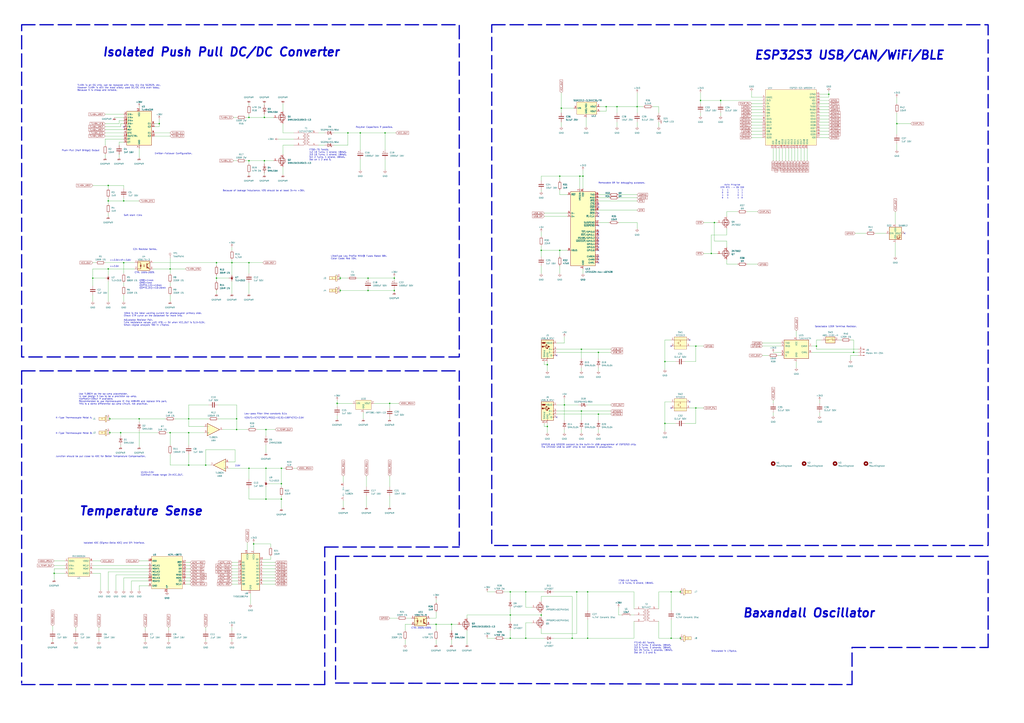
<source format=kicad_sch>
(kicad_sch (version 20230121) (generator eeschema)
  (paper "A1")
  (title_block (title "BIRON DEMO") (date "2023-03-23") (rev "0.1") (company "Xiahua Liu") (comment 1 "Project is under CC0 license, feel free to use it!") (comment 2 "This is a demo project, it is not intended for production at all.") (comment 3 "DISCLAIMER:"))
  (junction (at 571.5 284.48))
  (junction (at 154.94 382.27))
  (junction (at 575.31 82.55))
  (junction (at 506.73 87.63))
  (junction (at 444.5 505.46))
  (junction (at 190.5 215.9))
  (junction (at 571.5 335.28))
  (junction (at 139.7 355.6))
  (junction (at 463.55 332.74))
  (junction (at 419.1 524.51))
  (junction (at 316.23 109.22))
  (junction (at 478.79 144.78))
  (junction (at 279.4 238.76))
  (junction (at 491.49 340.36))
  (junction (at 473.71 486.41))
  (junction (at 491.49 289.56))
  (junction (at 482.6 524.51))
  (junction (at 477.52 287.02))
  (junction (at 546.1 347.98))
  (junction (at 551.18 524.51))
  (junction (at 168.91 382.27))
  (junction (at 194.31 344.17))
  (junction (at 320.04 331.47))
  (junction (at 497.84 87.63))
  (junction (at 558.8 524.51))
  (junction (at 90.17 344.17))
  (junction (at 680.72 77.47))
  (junction (at 231.14 384.81))
  (junction (at 584.2 208.28))
  (junction (at 449.58 350.52))
  (junction (at 154.94 344.17))
  (junction (at 302.26 228.6))
  (junction (at 99.06 355.6))
  (junction (at 194.31 353.06))
  (junction (at 558.8 486.41))
  (junction (at 177.8 228.6))
  (junction (at 476.25 144.78))
  (junction (at 217.17 132.08))
  (junction (at 154.94 355.6))
  (junction (at 431.8 524.51))
  (junction (at 670.56 284.48))
  (junction (at 323.85 238.76))
  (junction (at 523.24 87.63))
  (junction (at 204.47 96.52))
  (junction (at 736.6 101.6))
  (junction (at 88.9 220.98))
  (junction (at 204.47 215.9))
  (junction (at 130.81 101.6))
  (junction (at 177.8 215.9))
  (junction (at 204.47 132.08))
  (junction (at 431.8 486.41))
  (junction (at 88.9 152.4))
  (junction (at 551.18 486.41))
  (junction (at 459.74 205.74))
  (junction (at 295.91 109.22))
  (junction (at 302.26 238.76))
  (junction (at 276.86 331.47))
  (junction (at 231.14 410.21))
  (junction (at 218.44 410.21))
  (junction (at 449.58 299.72))
  (junction (at 285.75 109.22))
  (junction (at 204.47 384.81))
  (junction (at 370.84 513.08))
  (junction (at 482.6 486.41))
  (junction (at 323.85 228.6))
  (junction (at 701.04 289.56))
  (junction (at 279.4 228.6))
  (junction (at 586.74 182.88))
  (junction (at 469.9 524.51))
  (junction (at 444.5 205.74))
  (junction (at 217.17 96.52))
  (junction (at 218.44 384.81))
  (junction (at 358.14 513.08))
  (junction (at 231.14 397.51))
  (junction (at 44.45 471.17))
  (junction (at 208.28 447.04))
  (junction (at 76.2 228.6))
  (junction (at 546.1 297.18))
  (junction (at 101.6 165.1))
  (junction (at 461.01 88.9))
  (junction (at 477.52 337.82))
  (junction (at 419.1 486.41))
  (junction (at 459.74 144.78))
  (junction (at 591.82 82.55))
  (junction (at 90.17 355.6))
  (junction (at 88.9 165.1))
  (junction (at 218.44 353.06))
  (junction (at 139.7 220.98))
  (junction (at 419.1 505.46))
  (junction (at 114.3 344.17))
  (junction (at 101.6 215.9))
  (no_connect (at 457.2 342.9))
  (no_connect (at 491.49 215.9))
  (no_connect (at 457.2 292.1))
  (no_connect (at 491.49 175.26))
  (no_connect (at 491.49 198.12))
  (no_connect (at 491.49 213.36))
  (no_connect (at 491.49 200.66))
  (no_connect (at 491.49 167.64))
  (no_connect (at 742.95 191.77))
  (no_connect (at 101.6 104.14))
  (no_connect (at 566.42 330.2))
  (no_connect (at 491.49 190.5))
  (no_connect (at 491.49 185.42))
  (no_connect (at 491.49 170.18))
  (no_connect (at 551.18 335.28))
  (no_connect (at 491.49 205.74))
  (no_connect (at 491.49 177.8))
  (no_connect (at 491.49 210.82))
  (no_connect (at 491.49 203.2))
  (no_connect (at 566.42 279.4))
  (no_connect (at 491.49 193.04))
  (no_connect (at 491.49 195.58))
  (no_connect (at 551.18 284.48))
  (wire (pts (xy 90.17 344.17) (xy 90.17 345.44)))
  (wire (pts (xy 293.37 228.6) (xy 302.26 228.6)))
  (wire (pts (xy 457.2 337.82) (xy 477.52 337.82)))
  (wire (pts (xy 577.85 182.88) (xy 586.74 182.88)))
  (wire (pts (xy 276.86 328.93) (xy 276.86 331.47)))
  (wire (pts (xy 571.5 335.28) (xy 577.85 335.28)))
  (wire (pts (xy 586.74 182.88) (xy 586.74 198.12)))
  (wire (pts (xy 400.05 486.41) (xy 406.4 486.41)))
  (wire (pts (xy 53.34 471.17) (xy 44.45 471.17)))
  (wire (pts (xy 119.38 525.78) (xy 119.38 527.05)))
  (wire (pts (xy 182.88 353.06) (xy 194.31 353.06)))
  (wire (pts (xy 241.3 384.81) (xy 243.84 384.81)))
  (wire (pts (xy 558.8 523.24) (xy 558.8 524.51)))
  (wire (pts (xy 591.82 82.55) (xy 626.11 82.55)))
  (wire (pts (xy 152.4 467.36) (xy 156.21 467.36)))
  (wire (pts (xy 370.84 513.08) (xy 370.84 518.16)))
  (wire (pts (xy 62.23 525.78) (xy 62.23 527.05)))
  (wire (pts (xy 482.6 486.41) (xy 520.7 486.41)))
  (wire (pts (xy 617.22 87.63) (xy 626.11 87.63)))
  (wire (pts (xy 139.7 242.57) (xy 139.7 247.65)))
  (wire (pts (xy 76.2 228.6) (xy 86.36 228.6)))
  (wire (pts (xy 190.5 525.78) (xy 190.5 527.05)))
  (wire (pts (xy 86.36 111.76) (xy 101.6 111.76)))
  (wire (pts (xy 704.85 292.1) (xy 698.5 292.1)))
  (wire (pts (xy 125.73 220.98) (xy 139.7 220.98)))
  (wire (pts (xy 114.3 87.63) (xy 114.3 88.9)))
  (wire (pts (xy 261.62 109.22) (xy 266.7 109.22)))
  (wire (pts (xy 654.05 271.78) (xy 654.05 276.86)))
  (wire (pts (xy 177.8 226.06) (xy 177.8 228.6)))
  (wire (pts (xy 673.1 97.79) (xy 680.72 97.79)))
  (wire (pts (xy 177.8 228.6) (xy 177.8 231.14)))
  (wire (pts (xy 735.33 173.99) (xy 735.33 184.15)))
  (wire (pts (xy 673.1 339.09) (xy 673.1 341.63)))
  (wire (pts (xy 358.14 513.08) (xy 370.84 513.08)))
  (wire (pts (xy 459.74 218.44) (xy 459.74 224.79)))
  (wire (pts (xy 562.61 347.98) (xy 571.5 347.98)))
  (wire (pts (xy 546.1 297.18) (xy 546.1 303.53)))
  (wire (pts (xy 154.94 344.17) (xy 143.51 344.17)))
  (wire (pts (xy 201.93 96.52) (xy 204.47 96.52)))
  (wire (pts (xy 320.04 331.47) (xy 327.66 331.47)))
  (wire (pts (xy 204.47 215.9) (xy 204.47 224.79)))
  (wire (pts (xy 506.73 100.33) (xy 506.73 104.14)))
  (wire (pts (xy 617.22 95.25) (xy 626.11 95.25)))
  (wire (pts (xy 554.99 297.18) (xy 546.1 297.18)))
  (wire (pts (xy 217.17 132.08) (xy 217.17 134.62)))
  (wire (pts (xy 81.28 515.62) (xy 81.28 518.16)))
  (wire (pts (xy 617.22 107.95) (xy 626.11 107.95)))
  (wire (pts (xy 635 289.56) (xy 641.35 289.56)))
  (wire (pts (xy 43.18 525.78) (xy 43.18 527.05)))
  (wire (pts (xy 461.01 76.2) (xy 461.01 88.9)))
  (wire (pts (xy 457.2 332.74) (xy 463.55 332.74)))
  (wire (pts (xy 204.47 96.52) (xy 217.17 96.52)))
  (wire (pts (xy 217.17 96.52) (xy 217.17 93.98)))
  (wire (pts (xy 190.5 467.36) (xy 195.58 467.36)))
  (wire (pts (xy 596.9 198.12) (xy 596.9 203.2)))
  (wire (pts (xy 617.22 90.17) (xy 626.11 90.17)))
  (wire (pts (xy 127 101.6) (xy 130.81 101.6)))
  (wire (pts (xy 551.18 524.51) (xy 551.18 509.27)))
  (wire (pts (xy 43.18 514.35) (xy 43.18 518.16)))
  (wire (pts (xy 114.3 461.01) (xy 121.92 461.01)))
  (wire (pts (xy 177.8 215.9) (xy 190.5 215.9)))
  (wire (pts (xy 650.24 121.92) (xy 650.24 132.08)))
  (wire (pts (xy 449.58 347.98) (xy 449.58 350.52)))
  (wire (pts (xy 735.33 199.39) (xy 735.33 210.82)))
  (wire (pts (xy 459.74 144.78) (xy 444.5 144.78)))
  (wire (pts (xy 652.78 121.92) (xy 652.78 132.08)))
  (wire (pts (xy 642.62 121.92) (xy 642.62 132.08)))
  (wire (pts (xy 101.6 114.3) (xy 86.36 114.3)))
  (wire (pts (xy 139.7 220.98) (xy 139.7 224.79)))
  (wire (pts (xy 276.86 331.47) (xy 276.86 334.01)))
  (wire (pts (xy 508 182.88) (xy 523.24 182.88)))
  (wire (pts (xy 482.6 524.51) (xy 520.7 524.51)))
  (polyline (pts (xy 275.59 457.2) (xy 275.59 561.34)) (stroke (width 1) (type dash)))
  (wire (pts (xy 497.84 91.44) (xy 497.84 87.63)))
  (wire (pts (xy 210.82 353.06) (xy 218.44 353.06)))
  (wire (pts (xy 551.18 330.2) (xy 546.1 330.2)))
  (wire (pts (xy 419.1 486.41) (xy 431.8 486.41)))
  (wire (pts (xy 673.1 105.41) (xy 680.72 105.41)))
  (wire (pts (xy 523.24 182.88) (xy 523.24 187.96)))
  (wire (pts (xy 736.6 80.01) (xy 736.6 85.09)))
  (wire (pts (xy 571.5 297.18) (xy 571.5 284.48)))
  (wire (pts (xy 86.36 93.98) (xy 101.6 93.98)))
  (wire (pts (xy 506.73 87.63) (xy 506.73 92.71)))
  (wire (pts (xy 285.75 119.38) (xy 285.75 109.22)))
  (wire (pts (xy 228.6 114.3) (xy 241.3 114.3)))
  (wire (pts (xy 76.2 461.01) (xy 82.55 461.01)))
  (wire (pts (xy 617.22 105.41) (xy 626.11 105.41)))
  (wire (pts (xy 204.47 384.81) (xy 218.44 384.81)))
  (wire (pts (xy 477.52 302.26) (xy 477.52 304.8)))
  (wire (pts (xy 101.6 152.4) (xy 101.6 154.94)))
  (wire (pts (xy 217.17 132.08) (xy 224.79 132.08)))
  (wire (pts (xy 88.9 165.1) (xy 88.9 167.64)))
  (wire (pts (xy 99.06 355.6) (xy 99.06 358.14)))
  (wire (pts (xy 358.14 525.78) (xy 358.14 529.59)))
  (wire (pts (xy 617.22 102.87) (xy 626.11 102.87)))
  (wire (pts (xy 222.25 449.58) (xy 222.25 447.04)))
  (wire (pts (xy 152.4 472.44) (xy 156.21 472.44)))
  (wire (pts (xy 444.5 144.78) (xy 444.5 148.59)))
  (wire (pts (xy 463.55 276.86) (xy 463.55 281.94)))
  (wire (pts (xy 231.14 397.51) (xy 231.14 400.05)))
  (wire (pts (xy 215.9 459.74) (xy 222.25 459.74)))
  (wire (pts (xy 295.91 109.22) (xy 295.91 123.19)))
  (wire (pts (xy 97.79 101.6) (xy 97.79 99.06)))
  (wire (pts (xy 62.23 515.62) (xy 62.23 518.16)))
  (wire (pts (xy 419.1 524.51) (xy 431.8 524.51)))
  (polyline (pts (xy 17.78 304.8) (xy 377.19 304.8)) (stroke (width 1) (type dash)))
  (wire (pts (xy 298.45 339.09) (xy 298.45 344.17)))
  (wire (pts (xy 90.17 342.9) (xy 90.17 344.17)))
  (wire (pts (xy 316.23 109.22) (xy 316.23 123.19)))
  (wire (pts (xy 323.85 227.33) (xy 323.85 228.6)))
  (wire (pts (xy 478.79 220.98) (xy 478.79 224.79)))
  (wire (pts (xy 218.44 400.05) (xy 218.44 410.21)))
  (wire (pts (xy 591.82 82.55) (xy 591.82 85.09)))
  (wire (pts (xy 546.1 279.4) (xy 546.1 297.18)))
  (wire (pts (xy 554.99 347.98) (xy 546.1 347.98)))
  (wire (pts (xy 220.98 397.51) (xy 231.14 397.51)))
  (wire (pts (xy 575.31 92.71) (xy 575.31 95.25)))
  (wire (pts (xy 654.05 297.18) (xy 654.05 302.26)))
  (wire (pts (xy 478.79 154.94) (xy 478.79 144.78)))
  (wire (pts (xy 444.5 205.74) (xy 444.5 210.82)))
  (wire (pts (xy 461.01 100.33) (xy 461.01 104.14)))
  (wire (pts (xy 204.47 410.21) (xy 218.44 410.21)))
  (wire (pts (xy 358.14 508) (xy 358.14 502.92)))
  (wire (pts (xy 431.8 499.11) (xy 431.8 486.41)))
  (wire (pts (xy 473.71 520.7) (xy 473.71 486.41)))
  (wire (pts (xy 447.04 177.8) (xy 466.09 177.8)))
  (wire (pts (xy 477.52 353.06) (xy 477.52 355.6)))
  (wire (pts (xy 482.6 524.51) (xy 482.6 509.27)))
  (wire (pts (xy 541.02 524.51) (xy 551.18 524.51)))
  (wire (pts (xy 617.22 100.33) (xy 626.11 100.33)))
  (wire (pts (xy 152.4 464.82) (xy 156.21 464.82)))
  (wire (pts (xy 222.25 447.04) (xy 208.28 447.04)))
  (wire (pts (xy 232.41 119.38) (xy 241.3 119.38)))
  (wire (pts (xy 414.02 524.51) (xy 419.1 524.51)))
  (wire (pts (xy 477.52 287.02) (xy 501.65 287.02)))
  (wire (pts (xy 168.91 382.27) (xy 172.72 382.27)))
  (wire (pts (xy 586.74 198.12) (xy 596.9 198.12)))
  (wire (pts (xy 431.8 511.81) (xy 431.8 524.51)))
  (wire (pts (xy 107.95 477.52) (xy 107.95 485.14)))
  (wire (pts (xy 541.02 510.54) (xy 541.02 524.51)))
  (wire (pts (xy 82.55 471.17) (xy 82.55 485.14)))
  (wire (pts (xy 674.37 279.4) (xy 670.56 279.4)))
  (wire (pts (xy 316.23 109.22) (xy 325.12 109.22)))
  (wire (pts (xy 194.31 353.06) (xy 194.31 344.17)))
  (wire (pts (xy 617.22 110.49) (xy 626.11 110.49)))
  (wire (pts (xy 436.88 499.11) (xy 431.8 499.11)))
  (wire (pts (xy 562.61 297.18) (xy 571.5 297.18)))
  (wire (pts (xy 613.41 217.17) (xy 622.3 217.17)))
  (wire (pts (xy 300.99 391.16) (xy 300.99 400.05)))
  (wire (pts (xy 447.04 299.72) (xy 449.58 299.72)))
  (wire (pts (xy 638.81 292.1) (xy 641.35 292.1)))
  (wire (pts (xy 431.8 486.41) (xy 447.04 486.41)))
  (wire (pts (xy 193.04 369.57) (xy 168.91 369.57)))
  (wire (pts (xy 520.7 524.51) (xy 520.7 510.54)))
  (wire (pts (xy 279.4 238.76) (xy 302.26 238.76)))
  (wire (pts (xy 673.1 95.25) (xy 680.72 95.25)))
  (wire (pts (xy 584.2 193.04) (xy 596.9 193.04)))
  (wire (pts (xy 419.1 505.46) (xy 419.1 510.54)))
  (wire (pts (xy 478.79 139.7) (xy 478.79 144.78)))
  (wire (pts (xy 419.1 486.41) (xy 419.1 492.76)))
  (wire (pts (xy 154.94 332.74) (xy 154.94 344.17)))
  (wire (pts (xy 215.9 472.44) (xy 226.06 472.44)))
  (wire (pts (xy 670.56 287.02) (xy 670.56 284.48)))
  (wire (pts (xy 208.28 447.04) (xy 208.28 452.12)))
  (wire (pts (xy 76.2 215.9) (xy 78.74 215.9)))
  (polyline (pts (xy 699.77 562.61) (xy 699.77 532.13)) (stroke (width 1) (type dash)))
  (wire (pts (xy 204.47 384.81) (xy 204.47 393.7)))
  (wire (pts (xy 139.7 220.98) (xy 152.4 220.98)))
  (wire (pts (xy 605.79 173.99) (xy 596.9 173.99)))
  (wire (pts (xy 154.94 344.17) (xy 171.45 344.17)))
  (wire (pts (xy 215.9 467.36) (xy 226.06 467.36)))
  (wire (pts (xy 107.95 477.52) (xy 121.92 477.52)))
  (wire (pts (xy 558.8 486.41) (xy 558.8 487.68)))
  (wire (pts (xy 217.17 86.36) (xy 217.17 85.09)))
  (wire (pts (xy 444.5 504.19) (xy 444.5 505.46)))
  (wire (pts (xy 76.2 471.17) (xy 82.55 471.17)))
  (wire (pts (xy 152.4 462.28) (xy 156.21 462.28)))
  (wire (pts (xy 558.8 486.41) (xy 558.8 485.14)))
  (wire (pts (xy 154.94 355.6) (xy 167.64 355.6)))
  (wire (pts (xy 431.8 524.51) (xy 447.04 524.51)))
  (wire (pts (xy 276.86 331.47) (xy 289.56 331.47)))
  (polyline (pts (xy 17.78 304.8) (xy 17.78 561.34)) (stroke (width 1) (type dash)))
  (wire (pts (xy 591.82 82.55) (xy 575.31 82.55)))
  (wire (pts (xy 215.9 462.28) (xy 226.06 462.28)))
  (wire (pts (xy 566.42 284.48) (xy 571.5 284.48)))
  (wire (pts (xy 101.6 215.9) (xy 101.6 224.79)))
  (wire (pts (xy 167.64 350.52) (xy 154.94 350.52)))
  (wire (pts (xy 449.58 297.18) (xy 449.58 299.72)))
  (wire (pts (xy 114.3 121.92) (xy 114.3 129.54)))
  (wire (pts (xy 215.9 480.06) (xy 226.06 480.06)))
  (wire (pts (xy 419.1 505.46) (xy 444.5 505.46)))
  (wire (pts (xy 492.76 87.63) (xy 497.84 87.63)))
  (wire (pts (xy 481.33 96.52) (xy 481.33 104.14)))
  (wire (pts (xy 444.5 520.7) (xy 473.71 520.7)))
  (wire (pts (xy 130.81 104.14) (xy 130.81 101.6)))
  (wire (pts (xy 736.6 118.11) (xy 736.6 123.19)))
  (wire (pts (xy 44.45 467.36) (xy 44.45 471.17)))
  (wire (pts (xy 99.06 355.6) (xy 129.54 355.6)))
  (wire (pts (xy 279.4 237.49) (xy 279.4 238.76)))
  (wire (pts (xy 466.09 160.02) (xy 459.74 160.02)))
  (wire (pts (xy 204.47 232.41) (xy 204.47 241.3)))
  (wire (pts (xy 194.31 353.06) (xy 203.2 353.06)))
  (polyline (pts (xy 266.7 449.58) (xy 377.19 449.58)) (stroke (width 1) (type dash)))
  (wire (pts (xy 218.44 353.06) (xy 218.44 358.14)))
  (wire (pts (xy 44.45 464.82) (xy 53.34 464.82)))
  (wire (pts (xy 190.5 480.06) (xy 195.58 480.06)))
  (wire (pts (xy 463.55 327.66) (xy 463.55 332.74)))
  (wire (pts (xy 558.8 524.51) (xy 558.8 525.78)))
  (wire (pts (xy 491.49 160.02) (xy 500.38 160.02)))
  (wire (pts (xy 551.18 486.41) (xy 551.18 501.65)))
  (wire (pts (xy 673.1 87.63) (xy 680.72 87.63)))
  (wire (pts (xy 99.06 104.14) (xy 99.06 101.6)))
  (wire (pts (xy 215.9 474.98) (xy 226.06 474.98)))
  (wire (pts (xy 320.04 407.67) (xy 320.04 416.56)))
  (wire (pts (xy 86.36 106.68) (xy 101.6 106.68)))
  (wire (pts (xy 154.94 350.52) (xy 154.94 344.17)))
  (wire (pts (xy 295.91 109.22) (xy 316.23 109.22)))
  (wire (pts (xy 88.9 175.26) (xy 88.9 177.8)))
  (wire (pts (xy 491.49 340.36) (xy 491.49 345.44)))
  (wire (pts (xy 596.9 173.99) (xy 596.9 177.8)))
  (wire (pts (xy 218.44 365.76) (xy 218.44 372.11)))
  (wire (pts (xy 90.17 355.6) (xy 90.17 356.87)))
  (wire (pts (xy 76.2 467.36) (xy 121.92 467.36)))
  (wire (pts (xy 179.07 332.74) (xy 194.31 332.74)))
  (wire (pts (xy 323.85 238.76) (xy 323.85 240.03)))
  (wire (pts (xy 447.04 350.52) (xy 449.58 350.52)))
  (wire (pts (xy 491.49 182.88) (xy 500.38 182.88)))
  (wire (pts (xy 187.96 384.81) (xy 204.47 384.81)))
  (wire (pts (xy 660.4 121.92) (xy 660.4 132.08)))
  (wire (pts (xy 97.79 119.38) (xy 97.79 116.84)))
  (wire (pts (xy 190.5 462.28) (xy 195.58 462.28)))
  (wire (pts (xy 383.54 505.46) (xy 419.1 505.46)))
  (wire (pts (xy 718.82 191.77) (xy 727.71 191.77)))
  (wire (pts (xy 476.25 144.78) (xy 459.74 144.78)))
  (wire (pts (xy 205.74 487.68) (xy 205.74 496.57)))
  (wire (pts (xy 673.1 107.95) (xy 680.72 107.95)))
  (polyline (pts (xy 275.59 561.34) (xy 699.77 562.61)) (stroke (width 1) (type dash)))
  (wire (pts (xy 154.94 382.27) (xy 168.91 382.27)))
  (wire (pts (xy 673.1 85.09) (xy 680.72 85.09)))
  (wire (pts (xy 337.82 513.08) (xy 332.74 513.08)))
  (wire (pts (xy 90.17 355.6) (xy 99.06 355.6)))
  (wire (pts (xy 508 499.11) (xy 508 505.46)))
  (wire (pts (xy 139.7 355.6) (xy 154.94 355.6)))
  (wire (pts (xy 491.49 353.06) (xy 491.49 355.6)))
  (wire (pts (xy 99.06 365.76) (xy 99.06 367.03)))
  (wire (pts (xy 617.22 85.09) (xy 626.11 85.09)))
  (wire (pts (xy 279.4 228.6) (xy 285.75 228.6)))
  (wire (pts (xy 168.91 525.78) (xy 168.91 527.05)))
  (wire (pts (xy 101.6 242.57) (xy 101.6 247.65)))
  (wire (pts (xy 76.2 152.4) (xy 88.9 152.4)))
  (wire (pts (xy 231.14 384.81) (xy 231.14 397.51)))
  (wire (pts (xy 218.44 410.21) (xy 231.14 410.21)))
  (wire (pts (xy 86.36 109.22) (xy 101.6 109.22)))
  (wire (pts (xy 370.84 525.78) (xy 370.84 529.59)))
  (wire (pts (xy 88.9 220.98) (xy 88.9 226.06)))
  (wire (pts (xy 114.3 354.33) (xy 114.3 367.03)))
  (wire (pts (xy 217.17 96.52) (xy 224.79 96.52)))
  (wire (pts (xy 673.1 113.03) (xy 680.72 113.03)))
  (wire (pts (xy 190.5 231.14) (xy 190.5 241.3)))
  (wire (pts (xy 194.31 344.17) (xy 179.07 344.17)))
  (wire (pts (xy 414.02 486.41) (xy 419.1 486.41)))
  (wire (pts (xy 88.9 152.4) (xy 88.9 154.94)))
  (wire (pts (xy 90.17 354.33) (xy 90.17 355.6)))
  (wire (pts (xy 477.52 337.82) (xy 477.52 345.44)))
  (wire (pts (xy 191.77 132.08) (xy 194.31 132.08)))
  (wire (pts (xy 187.96 379.73) (xy 193.04 379.73)))
  (wire (pts (xy 655.32 121.92) (xy 655.32 132.08)))
  (wire (pts (xy 444.5 516.89) (xy 444.5 520.7)))
  (wire (pts (xy 204.47 86.36) (xy 204.47 85.09)))
  (wire (pts (xy 459.74 205.74) (xy 466.09 205.74)))
  (wire (pts (xy 88.9 162.56) (xy 88.9 165.1)))
  (wire (pts (xy 447.04 297.18) (xy 447.04 299.72)))
  (wire (pts (xy 506.73 87.63) (xy 523.24 87.63)))
  (wire (pts (xy 101.6 232.41) (xy 101.6 234.95)))
  (wire (pts (xy 586.74 182.88) (xy 589.28 182.88)))
  (wire (pts (xy 138.43 515.62) (xy 138.43 518.16)))
  (wire (pts (xy 596.9 217.17) (xy 596.9 213.36)))
  (wire (pts (xy 736.6 92.71) (xy 736.6 101.6)))
  (wire (pts (xy 491.49 162.56) (xy 500.38 162.56)))
  (wire (pts (xy 302.26 228.6) (xy 302.26 229.87)))
  (wire (pts (xy 88.9 469.9) (xy 88.9 485.14)))
  (wire (pts (xy 444.5 201.93) (xy 444.5 205.74)))
  (wire (pts (xy 203.2 445.77) (xy 203.2 452.12)))
  (wire (pts (xy 279.4 238.76) (xy 279.4 240.03)))
  (wire (pts (xy 635 121.92) (xy 635 132.08)))
  (wire (pts (xy 584.2 208.28) (xy 584.2 193.04)))
  (wire (pts (xy 701.04 289.56) (xy 704.85 289.56)))
  (wire (pts (xy 215.9 464.82) (xy 226.06 464.82)))
  (wire (pts (xy 673.1 110.49) (xy 680.72 110.49)))
  (wire (pts (xy 419.1 518.16) (xy 419.1 524.51)))
  (wire (pts (xy 119.38 515.62) (xy 119.38 518.16)))
  (wire (pts (xy 575.31 82.55) (xy 575.31 76.2)))
  (wire (pts (xy 635 328.93) (xy 635 331.47)))
  (wire (pts (xy 190.5 215.9) (xy 204.47 215.9)))
  (wire (pts (xy 274.32 109.22) (xy 285.75 109.22)))
  (wire (pts (xy 44.45 471.17) (xy 44.45 476.25)))
  (wire (pts (xy 125.73 215.9) (xy 177.8 215.9)))
  (wire (pts (xy 138.43 525.78) (xy 138.43 527.05)))
  (wire (pts (xy 673.1 92.71) (xy 680.72 92.71)))
  (wire (pts (xy 295.91 130.81) (xy 295.91 139.7)))
  (wire (pts (xy 457.2 287.02) (xy 477.52 287.02)))
  (wire (pts (xy 232.41 109.22) (xy 232.41 101.6)))
  (wire (pts (xy 177.8 238.76) (xy 177.8 241.3)))
  (wire (pts (xy 323.85 228.6) (xy 323.85 229.87)))
  (wire (pts (xy 97.79 116.84) (xy 101.6 116.84)))
  (wire (pts (xy 673.1 100.33) (xy 680.72 100.33)))
  (wire (pts (xy 666.75 284.48) (xy 670.56 284.48)))
  (wire (pts (xy 670.56 279.4) (xy 670.56 284.48)))
  (wire (pts (xy 541.02 500.38) (xy 541.02 486.41)))
  (wire (pts (xy 231.14 410.21) (xy 231.14 407.67)))
  (wire (pts (xy 551.18 279.4) (xy 546.1 279.4)))
  (wire (pts (xy 476.25 154.94) (xy 476.25 144.78)))
  (wire (pts (xy 617.22 97.79) (xy 626.11 97.79)))
  (wire (pts (xy 477.52 337.82) (xy 501.65 337.82)))
  (wire (pts (xy 152.4 469.9) (xy 156.21 469.9)))
  (wire (pts (xy 449.58 350.52) (xy 449.58 355.6)))
  (wire (pts (xy 300.99 407.67) (xy 300.99 416.56)))
  (wire (pts (xy 110.49 220.98) (xy 88.9 220.98)))
  (wire (pts (xy 139.7 355.6) (xy 139.7 365.76)))
  (wire (pts (xy 419.1 500.38) (xy 419.1 505.46)))
  (wire (pts (xy 680.72 74.93) (xy 680.72 77.47)))
  (wire (pts (xy 190.5 472.44) (xy 195.58 472.44)))
  (wire (pts (xy 121.92 481.33) (xy 114.3 481.33)))
  (wire (pts (xy 673.1 90.17) (xy 680.72 90.17)))
  (wire (pts (xy 447.04 347.98) (xy 447.04 350.52)))
  (wire (pts (xy 647.7 121.92) (xy 647.7 132.08)))
  (wire (pts (xy 698.5 292.1) (xy 698.5 295.91)))
  (wire (pts (xy 320.04 331.47) (xy 320.04 335.28)))
  (wire (pts (xy 358.14 513.08) (xy 358.14 518.16)))
  (wire (pts (xy 218.44 353.06) (xy 226.06 353.06)))
  (wire (pts (xy 114.3 165.1) (xy 101.6 165.1)))
  (wire (pts (xy 566.42 335.28) (xy 571.5 335.28)))
  (wire (pts (xy 217.17 142.24) (xy 217.17 143.51)))
  (wire (pts (xy 626.11 80.01) (xy 617.22 80.01)))
  (wire (pts (xy 76.2 228.6) (xy 76.2 234.95)))
  (wire (pts (xy 279.4 228.6) (xy 279.4 229.87)))
  (wire (pts (xy 673.1 328.93) (xy 673.1 331.47)))
  (wire (pts (xy 97.79 127) (xy 97.79 129.54)))
  (wire (pts (xy 673.1 80.01) (xy 680.72 80.01)))
  (wire (pts (xy 436.88 511.81) (xy 431.8 511.81)))
  (wire (pts (xy 232.41 119.38) (xy 232.41 127)))
  (wire (pts (xy 459.74 160.02) (xy 459.74 156.21)))
  (wire (pts (xy 444.5 505.46) (xy 444.5 506.73)))
  (wire (pts (xy 302.26 238.76) (xy 323.85 238.76)))
  (wire (pts (xy 231.14 410.21) (xy 231.14 417.83)))
  (wire (pts (xy 302.26 228.6) (xy 323.85 228.6)))
  (wire (pts (xy 332.74 513.08) (xy 332.74 518.16)))
  (wire (pts (xy 353.06 513.08) (xy 358.14 513.08)))
  (polyline (pts (xy 377.19 448.31) (xy 377.19 304.8)) (stroke (width 1) (type dash)))
  (wire (pts (xy 320.04 508) (xy 326.39 508)))
  (wire (pts (xy 736.6 101.6) (xy 748.03 101.6)))
  (wire (pts (xy 698.5 279.4) (xy 701.04 279.4)))
  (polyline (pts (xy 17.78 562.61) (xy 266.7 562.61)) (stroke (width 1) (type dash)))
  (wire (pts (xy 302.26 237.49) (xy 302.26 238.76)))
  (wire (pts (xy 99.06 101.6) (xy 101.6 101.6)))
  (wire (pts (xy 666.75 289.56) (xy 701.04 289.56)))
  (wire (pts (xy 477.52 287.02) (xy 477.52 294.64)))
  (wire (pts (xy 551.18 486.41) (xy 558.8 486.41)))
  (wire (pts (xy 463.55 332.74) (xy 463.55 345.44)))
  (wire (pts (xy 101.6 215.9) (xy 110.49 215.9)))
  (wire (pts (xy 457.2 289.56) (xy 491.49 289.56)))
  (wire (pts (xy 114.3 344.17) (xy 114.3 346.71)))
  (wire (pts (xy 454.66 486.41) (xy 473.71 486.41)))
  (wire (pts (xy 232.41 109.22) (xy 241.3 109.22)))
  (wire (pts (xy 591.82 92.71) (xy 591.82 95.25)))
  (wire (pts (xy 127 109.22) (xy 139.7 109.22)))
  (wire (pts (xy 204.47 96.52) (xy 204.47 93.98)))
  (wire (pts (xy 444.5 490.22) (xy 469.9 490.22)))
  (wire (pts (xy 281.94 411.48) (xy 281.94 416.56)))
  (wire (pts (xy 523.24 100.33) (xy 523.24 104.14)))
  (wire (pts (xy 320.04 391.16) (xy 320.04 400.05)))
  (wire (pts (xy 127 111.76) (xy 139.7 111.76)))
  (wire (pts (xy 218.44 384.81) (xy 231.14 384.81)))
  (wire (pts (xy 605.79 217.17) (xy 596.9 217.17)))
  (wire (pts (xy 121.92 474.98) (xy 101.6 474.98)))
  (wire (pts (xy 193.04 379.73) (xy 193.04 369.57)))
  (wire (pts (xy 617.22 80.01) (xy 617.22 74.93)))
  (wire (pts (xy 353.06 508) (xy 358.14 508)))
  (wire (pts (xy 492.76 91.44) (xy 497.84 91.44)))
  (wire (pts (xy 261.62 119.38) (xy 266.7 119.38)))
  (wire (pts (xy 137.16 355.6) (xy 139.7 355.6)))
  (wire (pts (xy 154.94 373.38) (xy 154.94 382.27)))
  (wire (pts (xy 88.9 165.1) (xy 101.6 165.1)))
  (wire (pts (xy 152.4 480.06) (xy 156.21 480.06)))
  (wire (pts (xy 689.61 279.4) (xy 690.88 279.4)))
  (wire (pts (xy 461.01 88.9) (xy 471.17 88.9)))
  (wire (pts (xy 626.11 292.1) (xy 631.19 292.1)))
  (wire (pts (xy 171.45 332.74) (xy 154.94 332.74)))
  (wire (pts (xy 476.25 144.78) (xy 478.79 144.78)))
  (wire (pts (xy 276.86 341.63) (xy 276.86 344.17)))
  (wire (pts (xy 444.5 156.21) (xy 444.5 157.48)))
  (wire (pts (xy 285.75 109.22) (xy 295.91 109.22)))
  (wire (pts (xy 218.44 394.97) (xy 218.44 384.81)))
  (wire (pts (xy 473.71 486.41) (xy 482.6 486.41)))
  (wire (pts (xy 680.72 77.47) (xy 680.72 80.01)))
  (wire (pts (xy 447.04 175.26) (xy 466.09 175.26)))
  (wire (pts (xy 673.1 82.55) (xy 680.72 82.55)))
  (wire (pts (xy 469.9 490.22) (xy 469.9 524.51)))
  (wire (pts (xy 204.47 401.32) (xy 204.47 410.21)))
  (wire (pts (xy 469.9 524.51) (xy 482.6 524.51)))
  (wire (pts (xy 190.5 477.52) (xy 195.58 477.52)))
  (wire (pts (xy 491.49 340.36) (xy 501.65 340.36)))
  (wire (pts (xy 190.5 469.9) (xy 195.58 469.9)))
  (wire (pts (xy 201.93 132.08) (xy 204.47 132.08)))
  (wire (pts (xy 584.2 208.28) (xy 589.28 208.28)))
  (wire (pts (xy 508 162.56) (xy 523.24 162.56)))
  (wire (pts (xy 482.6 486.41) (xy 482.6 501.65)))
  (wire (pts (xy 736.6 101.6) (xy 736.6 110.49)))
  (wire (pts (xy 541.02 100.33) (xy 541.02 104.14)))
  (wire (pts (xy 508 160.02) (xy 523.24 160.02)))
  (wire (pts (xy 334.01 508) (xy 337.82 508)))
  (wire (pts (xy 101.6 165.1) (xy 101.6 162.56)))
  (wire (pts (xy 571.5 347.98) (xy 571.5 335.28)))
  (wire (pts (xy 232.41 137.16) (xy 232.41 143.51)))
  (wire (pts (xy 204.47 142.24) (xy 204.47 143.51)))
  (wire (pts (xy 541.02 486.41) (xy 551.18 486.41)))
  (wire (pts (xy 617.22 92.71) (xy 626.11 92.71)))
  (wire (pts (xy 497.84 87.63) (xy 506.73 87.63)))
  (wire (pts (xy 93.98 96.52) (xy 101.6 96.52)))
  (wire (pts (xy 444.5 190.5) (xy 444.5 194.31)))
  (wire (pts (xy 76.2 242.57) (xy 76.2 247.65)))
  (wire (pts (xy 222.25 459.74) (xy 222.25 457.2)))
  (wire (pts (xy 491.49 165.1) (xy 523.24 165.1)))
  (wire (pts (xy 86.36 215.9) (xy 101.6 215.9)))
  (wire (pts (xy 491.49 289.56) (xy 491.49 294.64)))
  (wire (pts (xy 114.3 481.33) (xy 114.3 485.14)))
  (wire (pts (xy 204.47 132.08) (xy 217.17 132.08)))
  (wire (pts (xy 190.5 203.2) (xy 190.5 205.74)))
  (wire (pts (xy 541.02 87.63) (xy 541.02 92.71)))
  (wire (pts (xy 88.9 220.98) (xy 76.2 220.98)))
  (wire (pts (xy 279.4 227.33) (xy 279.4 228.6)))
  (wire (pts (xy 316.23 130.81) (xy 316.23 139.7)))
  (polyline (pts (xy 275.59 457.2) (xy 811.53 457.2)) (stroke (width 1) (type dash)))
  (wire (pts (xy 86.36 114.3) (xy 86.36 119.38)))
  (wire (pts (xy 139.7 212.09) (xy 139.7 220.98)))
  (wire (pts (xy 454.66 524.51) (xy 469.9 524.51)))
  (wire (pts (xy 662.94 121.92) (xy 662.94 132.08)))
  (wire (pts (xy 168.91 369.57) (xy 168.91 382.27)))
  (wire (pts (xy 332.74 525.78) (xy 332.74 529.59)))
  (wire (pts (xy 626.11 284.48) (xy 641.35 284.48)))
  (wire (pts (xy 76.2 464.82) (xy 121.92 464.82)))
  (wire (pts (xy 215.9 469.9) (xy 226.06 469.9)))
  (wire (pts (xy 617.22 113.03) (xy 626.11 113.03)))
  (wire (pts (xy 232.41 91.44) (xy 232.41 85.09)))
  (wire (pts (xy 323.85 237.49) (xy 323.85 238.76)))
  (wire (pts (xy 88.9 469.9) (xy 121.92 469.9)))
  (wire (pts (xy 444.5 218.44) (xy 444.5 224.79)))
  (wire (pts (xy 88.9 152.4) (xy 101.6 152.4)))
  (wire (pts (xy 88.9 231.14) (xy 88.9 247.65)))
  (wire (pts (xy 101.6 474.98) (xy 101.6 485.14)))
  (wire (pts (xy 190.5 213.36) (xy 190.5 215.9)))
  (wire (pts (xy 383.54 505.46) (xy 383.54 508)))
  (wire (pts (xy 673.1 102.87) (xy 680.72 102.87)))
  (polyline (pts (xy 266.7 562.61) (xy 266.7 449.58)) (stroke (width 1) (type dash)))
  (wire (pts (xy 701.04 279.4) (xy 701.04 289.56)))
  (wire (pts (xy 613.41 173.99) (xy 622.3 173.99)))
  (wire (pts (xy 190.5 515.62) (xy 190.5 518.16)))
  (wire (pts (xy 596.9 193.04) (xy 596.9 187.96)))
  (wire (pts (xy 400.05 524.51) (xy 406.4 524.51)))
  (wire (pts (xy 190.5 215.9) (xy 190.5 226.06)))
  (wire (pts (xy 90.17 344.17) (xy 114.3 344.17)))
  (wire (pts (xy 459.74 205.74) (xy 459.74 210.82)))
  (wire (pts (xy 546.1 330.2) (xy 546.1 347.98)))
  (wire (pts (xy 575.31 82.55) (xy 575.31 85.09)))
  (wire (pts (xy 53.34 467.36) (xy 44.45 467.36)))
  (wire (pts (xy 626.11 281.94) (xy 641.35 281.94)))
  (wire (pts (xy 491.49 172.72) (xy 523.24 172.72)))
  (wire (pts (xy 520.7 486.41) (xy 520.7 500.38)))
  (wire (pts (xy 463.55 353.06) (xy 463.55 355.6)))
  (wire (pts (xy 640.08 121.92) (xy 640.08 132.08)))
  (wire (pts (xy 577.85 208.28) (xy 584.2 208.28)))
  (wire (pts (xy 551.18 524.51) (xy 558.8 524.51)))
  (wire (pts (xy 491.49 289.56) (xy 501.65 289.56)))
  (wire (pts (xy 168.91 515.62) (xy 168.91 518.16)))
  (wire (pts (xy 281.94 391.16) (xy 281.94 396.24)))
  (wire (pts (xy 86.36 101.6) (xy 97.79 101.6)))
  (wire (pts (xy 523.24 87.63) (xy 528.32 87.63)))
  (wire (pts (xy 139.7 373.38) (xy 139.7 382.27)))
  (wire (pts (xy 518.16 505.46) (xy 520.7 505.46)))
  (wire (pts (xy 208.28 445.77) (xy 208.28 447.04)))
  (wire (pts (xy 86.36 127) (xy 86.36 129.54)))
  (polyline (pts (xy 699.77 532.13) (xy 811.53 532.13)) (stroke (width 1) (type dash)))
  (wire (pts (xy 204.47 132.08) (xy 204.47 134.62)))
  (wire (pts (xy 130.81 101.6) (xy 130.81 97.79)))
  (wire (pts (xy 215.9 477.52) (xy 226.06 477.52)))
  (wire (pts (xy 194.31 332.74) (xy 194.31 344.17)))
  (wire (pts (xy 523.24 76.2) (xy 523.24 87.63)))
  (wire (pts (xy 535.94 87.63) (xy 541.02 87.63)))
  (wire (pts (xy 121.92 472.44) (xy 95.25 472.44)))
  (wire (pts (xy 95.25 472.44) (xy 95.25 485.14)))
  (wire (pts (xy 191.77 96.52) (xy 194.31 96.52)))
  (wire (pts (xy 190.5 474.98) (xy 195.58 474.98)))
  (wire (pts (xy 358.14 495.3) (xy 358.14 492.76)))
  (wire (pts (xy 444.5 494.03) (xy 444.5 490.22)))
  (wire (pts (xy 139.7 382.27) (xy 154.94 382.27)))
  (wire (pts (xy 657.86 121.92) (xy 657.86 132.08)))
  (wire (pts (xy 204.47 215.9) (xy 215.9 215.9)))
  (wire (pts (xy 76.2 220.98) (xy 76.2 228.6)))
  (polyline (pts (xy 811.53 532.13) (xy 811.53 457.2)) (stroke (width 1) (type dash)))
  (wire (pts (xy 190.5 464.82) (xy 195.58 464.82)))
  (wire (pts (xy 152.4 477.52) (xy 156.21 477.52)))
  (wire (pts (xy 97.79 99.06) (xy 101.6 99.06)))
  (wire (pts (xy 546.1 347.98) (xy 546.1 354.33)))
  (wire (pts (xy 444.5 205.74) (xy 459.74 205.74)))
  (wire (pts (xy 231.14 384.81) (xy 233.68 384.81)))
  (wire (pts (xy 177.8 228.6) (xy 187.96 228.6)))
  (wire (pts (xy 508 505.46) (xy 510.54 505.46)))
  (wire (pts (xy 645.16 121.92) (xy 645.16 132.08)))
  (wire (pts (xy 637.54 121.92) (xy 637.54 132.08)))
  (wire (pts (xy 482.6 332.74) (xy 501.65 332.74)))
  (wire (pts (xy 457.2 281.94) (xy 463.55 281.94)))
  (wire (pts (xy 177.8 215.9) (xy 177.8 218.44)))
  (wire (pts (xy 320.04 342.9) (xy 320.04 344.17)))
  (wire (pts (xy 670.56 287.02) (xy 704.85 287.02)))
  (wire (pts (xy 139.7 232.41) (xy 139.7 234.95)))
  (wire (pts (xy 449.58 299.72) (xy 449.58 304.8)))
  (wire (pts (xy 571.5 284.48) (xy 577.85 284.48)))
  (wire (pts (xy 370.84 513.08) (xy 375.92 513.08)))
  (wire (pts (xy 86.36 104.14) (xy 99.06 104.14)))
  (wire (pts (xy 635 339.09) (xy 635 341.63)))
  (wire (pts (xy 81.28 525.78) (xy 81.28 527.05)))
  (wire (pts (xy 127 104.14) (xy 130.81 104.14)))
  (wire (pts (xy 154.94 355.6) (xy 154.94 365.76)))
  (wire (pts (xy 44.45 461.01) (xy 53.34 461.01)))
  (wire (pts (xy 523.24 87.63) (xy 523.24 92.71)))
  (wire (pts (xy 463.55 332.74) (xy 474.98 332.74)))
  (wire (pts (xy 307.34 331.47) (xy 320.04 331.47)))
  (wire (pts (xy 383.54 518.16) (xy 383.54 529.59)))
  (wire (pts (xy 114.3 344.17) (xy 135.89 344.17)))
  (wire (pts (xy 274.32 119.38) (xy 285.75 119.38)))
  (wire (pts (xy 459.74 144.78) (xy 459.74 148.59)))
  (wire (pts (xy 152.4 474.98) (xy 156.21 474.98)))
  (wire (pts (xy 702.31 191.77) (xy 711.2 191.77)))
  (wire (pts (xy 673.1 77.47) (xy 680.72 77.47)))
  (wire (pts (xy 457.2 340.36) (xy 491.49 340.36)))
  (wire (pts (xy 491.49 302.26) (xy 491.49 304.8)))
  (wire (pts (xy 461.01 88.9) (xy 461.01 92.71)))
  (rectangle (start 17.78 20.32) (end 377.19 293.37) (stroke (width 1) (type dash)))
  (rectangle (start 403.86 20.32) (end 811.53 448.31) (stroke (width 1) (type dash)))
  (text "FT50-75 Toroid.\n1:2 10 Turns, 1 strand, 18AWG.\n2:3 10 Turns, 1 strand, 18AWG.\n5:4 2 Turns, 1 strand, 18AWG.\nDot on 1 2 and 5." (at 254 132.08 0) (effects (font (size 1.27 1.27)) (justify left bottom)))
  (text "Low-pass filter time constant: 0.1s\n\n" (at 200.66 342.9 0) (effects (font (size 1.27 1.27)) (justify left bottom)))
  (text "GPIO19 and GPIO20 connect to the built-in USB programmer of ESP32S3 chip.\nThe CP2102 USB to UART chip is not needed in production." (at 444.5 368.3 0) (effects (font (size 1.27 1.27)) (justify left bottom)))
  (text "Adjustable Resistor Pair.\nTune resistance values until VFB ~= 5V when VCC_OUT is 5.1V~5.5V.\nSmall-signal analysis TBD in LTSpice." (at 101.6 267.97 0) (effects (font (size 1.27 1.27)) (justify left bottom)))
  (text "Selectable 120R Terminal Resistor." (at 669.29 269.24 0) (effects (font (size 1.27 1.27)) (justify left bottom)))
  (text "V(LS)=2.5V\nCommon-mode range: 2V~VCC_OUT." (at 115.57 391.16 0) (effects (font (size 1.27 1.27)) (justify left bottom)))
  (text "Push-Pull (Half Bridge) Output" (at 50.8 124.46 0) (effects (font (size 1.27 1.27)) (justify left bottom)))
  (text "CTR: 200%~400%" (at 337.82 516.89 0) (effects (font (size 1.27 1.27)) (justify left bottom)))
  (text "Junction should be put close to ADC for Better Temperature Compensation." (at 45.72 375.92 0) (effects (font (size 1.27 1.27)) (justify left bottom)))
  (text "CTR: 100%~200%" (at 110.49 224.79 0) (effects (font (size 1.27 1.27)) (justify left bottom)))
  (text "TL494 is an OG chip, can be replaced with new ICs like SG3525, etc.\nHowever TL494 is still the most widely used DC/DC chip even today.\nBecause it is cheap and reliable." (at 63.5 74.93 0) (effects (font (size 1.27 1.27)) (justify left bottom)))
  (text "E24 Resistor Series." (at 109.22 205.74 0) (effects (font (size 1.27 1.27)) (justify left bottom)))
  (text "Because of leakage inductance, VDS should be at least 3x~4x +36V." (at 182.88 157.48 0) (effects (font (size 1.27 1.27)) (justify left bottom)))
  (text "Removable 0R for debugging purposes." (at 491.49 151.13 0) (effects (font (size 1.27 1.27)) (justify left bottom)))
  (text "Isolated ADC (Sigma-Delta ADC) and SPI interface." (at 68.58 447.04 0) (effects (font (size 1.27 1.27)) (justify left bottom)))
  (text "Simulated in LTSpice." (at 584.2 535.94 0) (effects (font (size 1.27 1.27)) (justify left bottom)))
  (text "10mA is the ideal working current for photocoupler primary side.\nCheck CTR curve on the datasheet for more info." (at 101.6 260.35 0) (effects (font (size 1.27 1.27) italic) (justify left bottom)))
  (text "Emitter-Follower Configuration." (at 127 127 0) (effects (font (size 1.27 1.27)) (justify left bottom)))
  (text "K-Type Thermocouple Metal A." (at 45.72 344.17 0) (effects (font (size 1.27 1.27)) (justify left bottom)))
  (text "ESP32S3 USB/CAN/WiFi/BLE" (at 775.97 49.53 0) (effects (font (size 7 7) bold italic) (justify right bottom)))
  (text "<=2.5V+Vf~=3.6V" (at 90.17 214.63 0) (effects (font (size 1.27 1.27)) (justify left bottom)))
  (text "FT50-43 Toroid.\nL1 6 Turns, 5 strand, 18AWG.\n" (at 508 480.06 0) (effects (font (size 1.27 1.27)) (justify left bottom)))
  (text "FT140-61 Toroid.\n1:2 5 Turns, 3 strands, 18AWG.\n2:3 5 Turns, 3 strands, 18AWG.\n5:4 25 Turns, 1 strands, 18AWG.\nDot on 1 2 and 5." (at 520.7 537.21 0) (effects (font (size 1.27 1.27)) (justify left bottom)))
  (text "Temperature Sense" (at 64.77 424.18 0) (effects (font (size 7 7) bold italic) (justify left bottom)))
  (text "LittelFuse Low Profile MINI® Fuses Rated 58V.\nColor Code: Red 10A." (at 271.78 213.36 0) (effects (font (size 1.27 1.27)) (justify left bottom)))
  (text "<=2.5V" (at 90.17 219.71 0) (effects (font (size 1.27 1.27)) (justify left bottom)))
  (text "Soft start ~1ms" (at 101.6 177.8 0) (effects (font (size 1.27 1.27)) (justify left bottom)))
  (text "V(OUT)=V(TC)*(R(F)/R(G))+V(LS)=100*V(TC)+2.5V" (at 200.66 344.17 0) (effects (font (size 1.27 1.27)) (justify left bottom)))
  (text "Baxandall Oscillator" (at 609.6 508 0) (effects (font (size 7 7) bold italic) (justify left bottom)))
  (text "   Auto Program\nDTR RTS --> EN IO0\n 1   1       1  1\n 0   0       1  1\n 1   0       0  1\n 0   1       1  0" (at 591.82 163.83 0) (effects (font (size 1.27 1.27)) (justify left bottom)))
  (text "Use TL082H as the op-amp placeholder.\nIn real design it has to be a precision op-amp.\nV(offset)<100uV if available.\nRecommended to use thermocouple IC like AD8495 and replace this part.\nThis is a demo differential op-amp circuit, not practical." (at 64.77 332.74 0) (effects (font (size 1.27 1.27)) (justify left bottom)))
  (text "2.5V" (at 193.04 383.54 0) (effects (font (size 1.27 1.27)) (justify left bottom)))
  (text "Isolated Push Pull DC/DC Converter" (at 83.82 46.99 0) (effects (font (size 7 7) bold italic) (justify left bottom)))
  (text "I(R8)=14mA\nI(R9)=4mA\nI(OPTO_12)~=10mA\nI(OPTO_34)~=10~20mA" (at 114.3 237.49 0) (effects (font (size 1.27 1.27)) (justify left bottom)))
  (text "Polymer Capacitors if possible." (at 292.1 105.41 0) (effects (font (size 1.27 1.27)) (justify left bottom)))
  (text "K-Type Thermocouple Metal B." (at 45.72 356.87 0) (effects (font (size 1.27 1.27)) (justify left bottom)))
  (global_label "ACPL-INT" (shape input) (at 156.21 464.82 0) (property "Intersheetrefs" "${INTERSHEET_REFS}" (effects hide)))
  (global_label "VDD1_RS1V" (shape input) (at 281.94 391.16 90) (property "Intersheetrefs" "${INTERSHEET_REFS}" (effects hide)))
  (global_label "ACPL-SCLK" (shape input) (at 156.21 480.06 0) (property "Intersheetrefs" "${INTERSHEET_REFS}" (effects hide)))
  (global_label "GPIO41" (shape input) (at 680.72 95.25 0) (property "Intersheetrefs" "${INTERSHEET_REFS}" (effects hide)))
  (global_label "VCC_OUT" (shape input) (at 81.28 515.62 90) (property "Intersheetrefs" "${INTERSHEET_REFS}" (effects hide)))
  (global_label "GPIO19" (shape input) (at 501.65 340.36 0) (property "Intersheetrefs" "${INTERSHEET_REFS}" (effects hide)))
  (global_label "TL494_VFB" (shape input) (at 152.4 220.98 0) (property "Intersheetrefs" "${INTERSHEET_REFS}" (effects hide)))
  (global_label "GPIO18" (shape input) (at 617.22 105.41 180) (property "Intersheetrefs" "${INTERSHEET_REFS}" (effects hide)))
  (global_label "GPIO5" (shape input) (at 617.22 90.17 180) (property "Intersheetrefs" "${INTERSHEET_REFS}" (effects hide)))
  (global_label "VCC_OUT" (shape input) (at 626.11 292.1 180) (property "Intersheetrefs" "${INTERSHEET_REFS}" (effects hide)))
  (global_label "ACPL-MISO" (shape input) (at 156.21 472.44 0) (property "Intersheetrefs" "${INTERSHEET_REFS}" (effects hide)))
  (global_label "DTR" (shape input) (at 577.85 182.88 180) (property "Intersheetrefs" "${INTERSHEET_REFS}" (effects hide)))
  (global_label "ACPL-MOSI" (shape input) (at 190.5 467.36 180) (property "Intersheetrefs" "${INTERSHEET_REFS}" (effects hide)))
  (global_label "GPIO39" (shape input) (at 226.06 469.9 0) (property "Intersheetrefs" "${INTERSHEET_REFS}" (effects hide)))
  (global_label "VCC_OUT" (shape input) (at 654.05 271.78 90) (property "Intersheetrefs" "${INTERSHEET_REFS}" (effects hide)))
  (global_label "U0TXD" (shape input) (at 680.72 87.63 0) (property "Intersheetrefs" "${INTERSHEET_REFS}" (effects hide)))
  (global_label "VDD1_RS1V" (shape input) (at 320.04 391.16 90) (property "Intersheetrefs" "${INTERSHEET_REFS}" (effects hide)))
  (global_label "GPIO10" (shape input) (at 642.62 132.08 270) (property "Intersheetrefs" "${INTERSHEET_REFS}" (effects hide)))
  (global_label "VCC_OUT" (shape input) (at 461.01 76.2 90) (property "Intersheetrefs" "${INTERSHEET_REFS}" (effects hide)))
  (global_label "USB_DP" (shape input) (at 501.65 287.02 0) (property "Intersheetrefs" "${INTERSHEET_REFS}" (effects hide)))
  (global_label "GPIO48" (shape input) (at 660.4 132.08 270) (property "Intersheetrefs" "${INTERSHEET_REFS}" (effects hide)))
  (global_label "VCC_OUT" (shape input) (at 138.43 515.62 90) (property "Intersheetrefs" "${INTERSHEET_REFS}" (effects hide)))
  (global_label "VDD1_RS1V" (shape input) (at 44.45 461.01 180) (property "Intersheetrefs" "${INTERSHEET_REFS}" (effects hide)))
  (global_label "GPIO9" (shape input) (at 626.11 281.94 180) (property "Intersheetrefs" "${INTERSHEET_REFS}" (effects hide)))
  (global_label "VCC_OUT" (shape input) (at 114.3 461.01 180) (property "Intersheetrefs" "${INTERSHEET_REFS}" (effects hide)))
  (global_label "GPIO21" (shape input) (at 655.32 132.08 270) (property "Intersheetrefs" "${INTERSHEET_REFS}" (effects hide)))
  (global_label "CHIP_PU" (shape input) (at 617.22 85.09 180) (property "Intersheetrefs" "${INTERSHEET_REFS}" (effects hide)))
  (global_label "GPIO42" (shape input) (at 226.06 462.28 0) (property "Intersheetrefs" "${INTERSHEET_REFS}" (effects hide)))
  (global_label "GPIO0" (shape input) (at 622.3 217.17 0) (property "Intersheetrefs" "${INTERSHEET_REFS}" (effects hide)))
  (global_label "RTS" (shape input) (at 577.85 208.28 180) (property "Intersheetrefs" "${INTERSHEET_REFS}" (effects hide)))
  (global_label "GPIO20" (shape input) (at 617.22 113.03 180) (property "Intersheetrefs" "${INTERSHEET_REFS}" (effects hide)))
  (global_label "ACPL-DR" (shape input) (at 156.21 467.36 0) (property "Intersheetrefs" "${INTERSHEET_REFS}" (effects hide)))
  (global_label "DTR" (shape input) (at 523.24 172.72 0) (property "Intersheetrefs" "${INTERSHEET_REFS}" (effects hide)))
  (global_label "GPIO3" (shape input) (at 635 132.08 270) (property "Intersheetrefs" "${INTERSHEET_REFS}" (effects hide)))
  (global_label "GPIO41" (shape input) (at 226.06 464.82 0) (property "Intersheetrefs" "${INTERSHEET_REFS}" (effects hide)))
  (global_label "TL494_DTC" (shape input) (at 114.3 165.1 0) (property "Intersheetrefs" "${INTERSHEET_REFS}" (effects hide)))
  (global_label "GPIO14" (shape input) (at 652.78 132.08 270) (property "Intersheetrefs" "${INTERSHEET_REFS}" (effects hide)))
  (global_label "GPIO2" (shape input) (at 680.72 85.09 0) (property "Intersheetrefs" "${INTERSHEET_REFS}" (effects hide)))
  (global_label "GPIO36" (shape input) (at 680.72 107.95 0) (property "Intersheetrefs" "${INTERSHEET_REFS}" (effects hide)))
  (global_label "GPIO35" (shape input) (at 680.72 110.49 0) (property "Intersheetrefs" "${INTERSHEET_REFS}" (effects hide)))
  (global_label "CHIP_PU" (shape input) (at 622.3 173.99 0) (property "Intersheetrefs" "${INTERSHEET_REFS}" (effects hide)))
  (global_label "CHIP_PU" (shape input) (at 577.85 335.28 0) (property "Intersheetrefs" "${INTERSHEET_REFS}" (effects hide)))
  (global_label "TL494_VFB" (shape input) (at 86.36 101.6 180) (property "Intersheetrefs" "${INTERSHEET_REFS}" (effects hide)))
  (global_label "ACPL-DR" (shape input) (at 190.5 474.98 180) (property "Intersheetrefs" "${INTERSHEET_REFS}" (effects hide)))
  (global_label "ACPL-CS" (shape input) (at 190.5 462.28 180) (property "Intersheetrefs" "${INTERSHEET_REFS}" (effects hide)))
  (global_label "VDD1_RS1V" (shape input) (at 327.66 331.47 0) (property "Intersheetrefs" "${INTERSHEET_REFS}" (effects hide)))
  (global_label "VCC_OUT" (shape input) (at 62.23 515.62 90) (property "Intersheetrefs" "${INTERSHEET_REFS}" (effects hide)))
  (global_label "GPIO35" (shape input) (at 226.06 480.06 0) (property "Intersheetrefs" "${INTERSHEET_REFS}" (effects hide)))
  (global_label "ACPL-INT" (shape input) (at 190.5 477.52 180) (property "Intersheetrefs" "${INTERSHEET_REFS}" (effects hide)))
  (global_label "TL494_VREF" (shape input) (at 86.36 104.14 180) (property "Intersheetrefs" "${INTERSHEET_REFS}" (effects hide)))
  (global_label "GPIO2" (shape input) (at 320.04 508 180) (property "Intersheetrefs" "${INTERSHEET_REFS}" (effects hide)))
  (global_label "GPIO45" (shape input) (at 662.94 132.08 270) (property "Intersheetrefs" "${INTERSHEET_REFS}" (effects hide)))
  (global_label "GPIO8" (shape input) (at 617.22 107.95 180) (property "Intersheetrefs" "${INTERSHEET_REFS}" (effects hide)))
  (global_label "VCC_OUT" (shape input) (at 119.38 515.62 90) (property "Intersheetrefs" "${INTERSHEET_REFS}" (effects hide)))
  (global_label "GPIO16" (shape input) (at 617.22 100.33 180) (property "Intersheetrefs" "${INTERSHEET_REFS}" (effects hide)))
  (global_label "TL494_E1" (shape input) (at 139.7 109.22 0) (property "Intersheetrefs" "${INTERSHEET_REFS}" (effects hide)))
  (global_label "GPIO9" (shape input) (at 640.08 132.08 270) (property "Intersheetrefs" "${INTERSHEET_REFS}" (effects hide)))
  (global_label "GPIO17" (shape input) (at 617.22 102.87 180) (property "Intersheetrefs" "${INTERSHEET_REFS}" (effects hide)))
  (global_label "VCC_OUT" (shape input) (at 168.91 515.62 90) (property "Intersheetrefs" "${INTERSHEET_REFS}" (effects hide)))
  (global_label "GPIO40" (shape input) (at 680.72 97.79 0) (property "Intersheetrefs" "${INTERSHEET_REFS}" (effects hide)))
  (global_label "GPIO4" (shape input) (at 617.22 87.63 180) (property "Intersheetrefs" "${INTERSHEET_REFS}" (effects hide)))
  (global_label "RTS" (shape input) (at 523.24 165.1 0) (property "Intersheetrefs" "${INTERSHEET_REFS}" (effects hide)))
  (global_label "TL494_DTC" (shape input) (at 86.36 109.22 180) (property "Intersheetrefs" "${INTERSHEET_REFS}" (effects hide)))
  (global_label "GPIO42" (shape input) (at 680.72 92.71 0) (property "Intersheetrefs" "${INTERSHEET_REFS}" (effects hide)))
  (global_label "GPIO46" (shape input) (at 637.54 132.08 270) (property "Intersheetrefs" "${INTERSHEET_REFS}" (effects hide)))
  (global_label "CHIP_PU" (shape input) (at 748.03 101.6 0) (property "Intersheetrefs" "${INTERSHEET_REFS}" (effects hide)))
  (global_label "GPIO12" (shape input) (at 647.7 132.08 270) (property "Intersheetrefs" "${INTERSHEET_REFS}" (effects hide)))
  (global_label "GPIO38" (shape input) (at 680.72 102.87 0) (property "Intersheetrefs" "${INTERSHEET_REFS}" (effects hide)))
  (global_label "GPIO20" (shape input) (at 501.65 337.82 0) (property "Intersheetrefs" "${INTERSHEET_REFS}" (effects hide)))
  (global_label "GPIO0" (shape input) (at 680.72 113.03 0) (property "Intersheetrefs" "${INTERSHEET_REFS}" (effects hide)))
  (global_label "ACPL-OC" (shape input) (at 156.21 469.9 0) (property "Intersheetrefs" "${INTERSHEET_REFS}" (effects hide)))
  (global_label "TL494_VREF" (shape input) (at 76.2 152.4 180) (property "Intersheetrefs" "${INTERSHEET_REFS}" (effects hide)))
  (global_label "V_TEMP_OUT" (shape input) (at 44.45 464.82 180) (property "Intersheetrefs" "${INTERSHEET_REFS}" (effects hide)))
  (global_label "V_TEMP_OUT" (shape input) (at 226.06 353.06 0) (property "Intersheetrefs" "${INTERSHEET_REFS}" (effects hide)))
  (global_label "VCC_OUT" (shape input) (at 82.55 461.01 0) (property "Intersheetrefs" "${INTERSHEET_REFS}" (effects hide)))
  (global_label "GPIO47" (shape input) (at 657.86 132.08 270) (property "Intersheetrefs" "${INTERSHEET_REFS}" (effects hide)))
  (global_label "VDD1_RS1V" (shape input) (at 243.84 384.81 0) (property "Intersheetrefs" "${INTERSHEET_REFS}" (effects hide)))
  (global_label "GPIO37" (shape input) (at 680.72 105.41 0) (property "Intersheetrefs" "${INTERSHEET_REFS}" (effects hide)))
  (global_label "VDD1_RS1V" (shape input) (at 43.18 514.35 90) (property "Intersheetrefs" "${INTERSHEET_REFS}" (effects hide)))
  (global_label "VCC_OUT" (shape input) (at 76.2 215.9 180) (property "Intersheetrefs" "${INTERSHEET_REFS}" (effects hide)))
  (global_label "USB_DN" (shape input) (at 501.65 289.56 0) (property "Intersheetrefs" "${INTERSHEET_REFS}" (effects hide)))
  (global_label "ACPL-OC" (shape input) (at 190.5 472.44 180) (property "Intersheetrefs" "${INTERSHEET_REFS}" (effects hide)))
  (global_label "ACPL-RST" (shape input) (at 156.21 462.28 0) (property "Intersheetrefs" "${INTERSHEET_REFS}" (effects hide)))
  (global_label "U0TXD" (shape input) (at 523.24 162.56 0) (property "Intersheetrefs" "${INTERSHEET_REFS}" (effects hide)))
  (global_label "GPIO3" (shape input) (at 702.31 191.77 180) (property "Intersheetrefs" "${INTERSHEET_REFS}" (effects hide)))
  (global_label "GPIO40" (shape input) (at 226.06 467.36 0) (property "Intersheetrefs" "${INTERSHEET_REFS}" (effects hide)))
  (global_label "VCC_OUT" (shape input) (at 325.12 109.22 0) (property "Intersheetrefs" "${INTERSHEET_REFS}" (effects hide)))
  (global_label "GPIO7" (shape input) (at 617.22 95.25 180) (property "Intersheetrefs" "${INTERSHEET_REFS}" (effects hide)))
  (global_label "VDD1_RS1V" (shape input) (at 300.99 391.16 90) (property "Intersheetrefs" "${INTERSHEET_REFS}" (effects hide)))
  (global_label "USB_DP" (shape input) (at 447.04 177.8 180) (property "Intersheetrefs" "${INTERSHEET_REFS}" (effects hide)))
  (global_label "GPIO36" (shape input) (at 226.06 477.52 0) (property "Intersheetrefs" "${INTERSHEET_REFS}" (effects hide)))
  (global_label "TL494_E2" (shape input) (at 191.77 96.52 180) (property "Intersheetrefs" "${INTERSHEET_REFS}" (effects hide)))
  (global_label "ACPL-MOSI" (shape input) (at 156.21 474.98 0) (property "Intersheetrefs" "${INTERSHEET_REFS}" (effects hide)))
  (global_label "ACPL-RST" (shape input) (at 190.5 480.06 180) (property "Intersheetrefs" "${INTERSHEET_REFS}" (effects hide)))
  (global_label "TL494_E2" (shape input) (at 139.7 111.76 0) (property "Intersheetrefs" "${INTERSHEET_REFS}" (effects hide)))
  (global_label "GPIO6" (shape input) (at 617.22 92.71 180) (property "Intersheetrefs" "${INTERSHEET_REFS}" (effects hide)))
  (global_label "U0RXD" (shape input) (at 523.24 160.02 0) (property "Intersheetrefs" "${INTERSHEET_REFS}" (effects hide)))
  (global_label "GPIO19" (shape input) (at 617.22 110.49 180) (property "Intersheetrefs" "${INTERSHEET_REFS}" (effects hide)))
  (global_label "VCC_OUT" (shape input) (at 735.33 173.99 90) (property "Intersheetrefs" "${INTERSHEET_REFS}" (effects hide)))
  (global_label "TL494_E1" (shape input) (at 191.77 132.08 180) (property "Intersheetrefs" "${INTERSHEET_REFS}" (effects hide)))
  (global_label "U0RXD" (shape input) (at 680.72 90.17 0) (property "Intersheetrefs" "${INTERSHEET_REFS}" (effects hide)))
  (global_label "ACPL-MISO" (shape input) (at 190.5 469.9 180) (property "Intersheetrefs" "${INTERSHEET_REFS}" (effects hide)))
  (global_label "GPIO0" (shape input) (at 577.85 284.48 0) (property "Intersheetrefs" "${INTERSHEET_REFS}" (effects hide)))
  (global_label "GPIO13" (shape input) (at 650.24 132.08 270) (property "Intersheetrefs" "${INTERSHEET_REFS}" (effects hide)))
  (global_label "VCC_OUT" (shape input) (at 635 328.93 90) (property "Intersheetrefs" "${INTERSHEET_REFS}" (effects hide)))
  (global_label "GPIO11" (shape input) (at 645.16 132.08 270) (property "Intersheetrefs" "${INTERSHEET_REFS}" (effects hide)))
  (global_label "VCC_OUT" (shape input) (at 203.2 445.77 90) (property "Intersheetrefs" "${INTERSHEET_REFS}" (effects hide)))
  (global_label "VCC_OUT" (shape input) (at 501.65 332.74 0) (property "Intersheetrefs" "${INTERSHEET_REFS}" (effects hide)))
  (global_label "GPIO1" (shape input) (at 680.72 82.55 0) (property "Intersheetrefs" "${INTERSHEET_REFS}" (effects hide)))
  (global_label "GPIO38" (shape input) (at 226.06 472.44 0) (property "Intersheetrefs" "${INTERSHEET_REFS}" (effects hide)))
  (global_label "TL494_VREF" (shape input) (at 86.36 111.76 180) (property "Intersheetrefs" "${INTERSHEET_REFS}" (effects hide)))
  (global_label "USB_DN" (shape input) (at 447.04 175.26 180) (property "Intersheetrefs" "${INTERSHEET_REFS}" (effects hide)))
  (global_label "TL494_VREF" (shape input) (at 86.36 106.68 180) (property "Intersheetrefs" "${INTERSHEET_REFS}" (effects hide)))
  (global_label "GPIO46" (shape input) (at 626.11 284.48 180) (property "Intersheetrefs" "${INTERSHEET_REFS}" (effects hide)))
  (global_label "GPIO15" (shape input) (at 617.22 97.79 180) (property "Intersheetrefs" "${INTERSHEET_REFS}" (effects hide)))
  (global_label "10V_REF" (shape input) (at 215.9 215.9 0) (property "Intersheetrefs" "${INTERSHEET_REFS}" (effects hide)))
  (global_label "GPIO39" (shape input) (at 680.72 100.33 0) (property "Intersheetrefs" "${INTERSHEET_REFS}" (effects hide)))
  (global_label "ACPL-CS" (shape input) (at 156.21 477.52 0) (property "Intersheetrefs" "${INTERSHEET_REFS}" (effects hide)))
  (global_label "TL494_VREF" (shape input) (at 86.36 93.98 180) (property "Intersheetrefs" "${INTERSHEET_REFS}" (effects hide)))
  (global_label "GPIO37" (shape input) (at 226.06 474.98 0) (property "Intersheetrefs" "${INTERSHEET_REFS}" (effects hide)))
  (global_label "ACPL-SCLK" (shape input) (at 190.5 464.82 180) (property "Intersheetrefs" "${INTERSHEET_REFS}" (effects hide)))
  (symbol (lib_id "Device:R") (at 207.01 353.06 90) (unit 1)
    (property "Reference" "R20" (at 207.01 347.98 90))
    (property "Value" "1kR" (at 207.01 350.52 90))
    (property "Footprint" "Resistor_SMD:R_0805_2012Metric" (effects hide))
  )
  (symbol (lib_id "Biron_Library:RV1S9353A") (at 55.88 473.71 0) (unit 1)
    (property "Reference" "U1" (at 64.77 474.98 0))
    (property "Value" "RV1S9353A" (at 64.77 457.2 0))
    (property "Footprint" "Biron_Library:RV1S9353A" (effects hide))
  )
  (symbol (lib_id "power:+36V") (at 130.81 97.79 0) (unit 1)
    (property "Reference" "#PWR020" (effects hide))
    (property "Value" "+36V" (at 130.81 93.98 0))
  )
  (symbol (lib_id "Transistor_FET:2N7002") (at 594.36 182.88 0) (unit 1)
    (property "Reference" "Q6" (at 600.71 182.245 0) (effects (justify left)))
    (property "Value" "2N7002" (at 600.71 184.785 0) (effects (justify left)))
    (property "Footprint" "Package_TO_SOT_SMD:SOT-23" (effects hide))
    (property "Datasheet" "https://www.onsemi.com/pub/Collateral/NDS7002A-D.PDF" (effects hide))
  )
  (symbol (lib_id "power:GNDPWR") (at 232.41 143.51 0) (unit 1)
    (property "Reference" "#PWR043" (effects hide))
    (property "Value" "GNDPWR" (at 232.283 148.59 0))
  )
  (symbol (lib_id "Device:R") (at 88.9 158.75 0) (unit 1)
    (property "Reference" "R3" (at 91.44 158.115 0) (effects (justify left)))
    (property "Value" "1kR" (at 91.44 160.655 0) (effects (justify left)))
    (property "Footprint" "Resistor_SMD:R_0603_1608Metric" (effects hide))
  )
  (symbol (lib_id "Device:R") (at 330.2 508 270) (mirror x) (unit 1)
    (property "Reference" "R24" (at 330.2 502.92 90))
    (property "Value" "330R 1%" (at 330.2 505.46 90))
    (property "Footprint" "Capacitor_SMD:C_0805_2012Metric_Pad1.18x1.45mm_HandSolder" (effects hide))
  )
  (symbol (lib_id "power:GNDPWR") (at 298.45 344.17 0) (unit 1)
    (property "Reference" "#PWR048" (effects hide))
    (property "Value" "GNDPWR" (at 298.323 349.25 0))
  )
  (symbol (lib_id "Device:C") (at 320.04 403.86 0) (unit 1)
    (property "Reference" "C21" (at 323.85 403.225 0) (effects (justify left)))
    (property "Value" "10nF 16V" (at 323.85 405.765 0) (effects (justify left)))
    (property "Footprint" "Capacitor_SMD:C_0603_1608Metric" (effects hide))
  )
  (symbol (lib_id "Device:D_Schottky") (at 270.51 119.38 180) (unit 1)
    (property "Reference" "D7" (at 270.8275 114.3 0))
    (property "Value" "SS3P6HM3/85A" (at 270.8275 116.84 0))
    (property "Footprint" "Biron_Library:DO-220AA" (effects hide))
  )
  (symbol (lib_id "Device:R") (at 410.21 486.41 90) (unit 1)
    (property "Reference" "R28" (at 410.21 481.33 90))
    (property "Value" "470R 2W" (at 410.21 483.87 90))
    (property "Footprint" "Resistor_SMD:R_2512_6332Metric" (effects hide))
  )
  (symbol (lib_id "power:GND") (at 506.73 104.14 0) (unit 1)
    (property "Reference" "#PWR081" (effects hide))
    (property "Value" "GND" (at 506.73 109.22 0))
  )
  (symbol (lib_id "Device:R") (at 609.6 217.17 90) (unit 1)
    (property "Reference" "R38" (at 609.6 212.09 90))
    (property "Value" "0R" (at 609.6 214.63 90))
    (property "Footprint" "Resistor_SMD:R_0603_1608Metric" (effects hide))
  )
  (symbol (lib_id "power:+3V3") (at 635 289.56 0) (unit 1)
    (property "Reference" "#PWR093" (effects hide))
    (property "Value" "+3V3" (at 635 285.75 0))
  )
  (symbol (lib_id "Device:R") (at 459.74 152.4 180) (unit 1)
    (property "Reference" "R31" (at 462.28 151.765 0) (effects (justify right)))
    (property "Value" "1kR" (at 462.28 154.305 0) (effects (justify right)))
    (property "Footprint" "Resistor_SMD:R_0603_1608Metric" (effects hide))
  )
  (symbol (lib_id "Device:D_Schottky") (at 270.51 109.22 180) (unit 1)
    (property "Reference" "D6" (at 270.8275 104.14 0))
    (property "Value" "SS3P6HM3/85A" (at 270.8275 106.68 0))
    (property "Footprint" "Biron_Library:DO-220AA" (effects hide))
    (property "Datasheet" "SS3P6HM3/85A" (effects hide))
  )
  (symbol (lib_id "power:+5V") (at 463.55 276.86 0) (unit 1)
    (property "Reference" "#PWR070" (effects hide))
    (property "Value" "+5V" (at 463.55 273.05 0))
  )
  (symbol (lib_id "Device:R") (at 504.19 160.02 90) (unit 1)
    (property "Reference" "R33" (at 499.11 158.75 90))
    (property "Value" "0R" (at 509.27 158.75 90))
    (property "Footprint" "Resistor_SMD:R_0603_1608Metric" (effects hide))
  )
  (symbol (lib_id "power:+36V") (at 276.86 328.93 0) (unit 1)
    (property "Reference" "#PWR044" (effects hide))
    (property "Value" "+36V" (at 276.86 325.12 0))
  )
  (symbol (lib_id "power:GNDPWR") (at 218.44 372.11 0) (unit 1)
    (property "Reference" "#PWR037" (effects hide))
    (property "Value" "GNDPWR" (at 218.313 377.19 0))
  )
  (symbol (lib_id "power:GND") (at 138.43 527.05 0) (unit 1)
    (property "Reference" "#PWR025" (effects hide))
    (property "Value" "GND" (at 138.43 532.13 0))
  )
  (symbol (lib_id "power:GND") (at 444.5 157.48 0) (unit 1)
    (property "Reference" "#PWR063" (effects hide))
    (property "Value" "GND" (at 444.5 162.56 0))
  )
  (symbol (lib_id "power:+36V") (at 358.14 492.76 0) (unit 1)
    (property "Reference" "#PWR056" (effects hide))
    (property "Value" "+36V" (at 358.14 488.95 0))
  )
  (symbol (lib_id "power:GND") (at 546.1 303.53 0) (unit 1)
    (property "Reference" "#PWR087" (effects hide))
    (property "Value" "GND" (at 546.1 308.61 0))
  )
  (symbol (lib_id "Device:C") (at 119.38 521.97 0) (unit 1)
    (property "Reference" "C7" (at 123.19 521.335 0) (effects (justify left)))
    (property "Value" "1uF 16V" (at 123.19 523.875 0) (effects (justify left)))
    (property "Footprint" "Capacitor_SMD:C_0805_2012Metric_Pad1.18x1.45mm_HandSolder" (effects hide))
  )
  (symbol (lib_id "power:GNDPWR") (at 114.3 129.54 0) (unit 1)
    (property "Reference" "#PWR015" (effects hide))
    (property "Value" "GNDPWR" (at 114.173 134.62 0))
  )
  (symbol (lib_id "Mechanical:MountingHole") (at 711.2 381 0) (unit 1)
    (property "Reference" "H4" (at 713.74 380.365 0) (effects (justify left)))
    (property "Value" "MountingHole" (at 713.74 382.905 0) (effects (justify left)))
    (property "Footprint" "MountingHole:MountingHole_3mm_Pad_Via" (effects hide))
  )
  (symbol (lib_id "Diode:1N4007") (at 419.1 496.57 270) (unit 1)
    (property "Reference" "D9" (at 421.64 495.935 90) (effects (justify left)))
    (property "Value" "UF4007" (at 421.64 498.475 90) (effects (justify left)))
    (property "Footprint" "Diode_THT:D_DO-41_SOD81_P10.16mm_Horizontal" (effects hide))
    (property "Datasheet" "http://www.vishay.com/docs/88503/1n4001.pdf" (effects hide))
    (property "Sim.Device" "D" (effects hide))
    (property "Sim.Pins" "1=K 2=A" (effects hide))
  )
  (symbol (lib_id "Logic_LevelTranslator:TXS0108EPW") (at 205.74 469.9 0) (mirror y) (unit 1)
    (property "Reference" "U8" (at 203.7841 487.68 0) (effects (justify left)))
    (property "Value" "TXS0108EPW" (at 203.7841 490.22 0) (effects (justify left)))
    (property "Footprint" "Package_SO:TSSOP-20_4.4x6.5mm_P0.65mm" (effects hide))
    (property "Datasheet" "www.ti.com/lit/ds/symlink/txs0108e.pdf" (effects hide))
  )
  (symbol (lib_id "power:GNDPWR") (at 217.17 85.09 0) (mirror x) (unit 1)
    (property "Reference" "#PWR035" (effects hide))
    (property "Value" "GNDPWR" (at 217.043 80.01 0))
  )
  (symbol (lib_id "Device:Transformer_SP_1S") (at 251.46 114.3 0) (unit 1)
    (property "Reference" "T1" (at 251.4727 105.41 0))
    (property "Value" "1CT:1CT:5CT" (at 251.4727 107.95 0))
    (property "Footprint" "Biron_Library:FT50-75" (effects hide))
  )
  (symbol (lib_id "power:GND") (at 477.52 355.6 0) (unit 1)
    (property "Reference" "#PWR075" (effects hide))
    (property "Value" "GND" (at 477.52 360.68 0))
  )
  (symbol (lib_id "power:GND") (at 546.1 354.33 0) (unit 1)
    (property "Reference" "#PWR088" (effects hide))
    (property "Value" "GND" (at 546.1 359.41 0))
  )
  (symbol (lib_id "Device:R") (at 635 292.1 90) (unit 1)
    (property "Reference" "R39" (at 635 297.18 90))
    (property "Value" "10kR" (at 635 294.64 90))
    (property "Footprint" "Resistor_SMD:R_0805_2012Metric" (effects hide))
  )
  (symbol (lib_id "Device:R") (at 410.21 524.51 90) (unit 1)
    (property "Reference" "R29" (at 410.21 519.43 90))
    (property "Value" "470R 2W" (at 410.21 521.97 90))
    (property "Footprint" "Resistor_SMD:R_2512_6332Metric" (effects hide))
  )
  (symbol (lib_id "Device:D_Zener") (at 114.3 350.52 270) (unit 1)
    (property "Reference" "D2" (at 116.84 349.885 90) (effects (justify left)))
    (property "Value" "SMAJ16A" (at 116.84 352.425 90) (effects (justify left)))
    (property "Footprint" "Diode_SMD:D_SMA" (effects hide))
    (property "Datasheet" "https://www.mouser.com/datasheet/2/395/ZM4728A_SERIES_D1804-1919025.pdf" (effects hide))
  )
  (symbol (lib_id "Device:Q_NMOS_GDS") (at 229.87 96.52 0) (mirror x) (unit 1)
    (property "Reference" "Q1" (at 236.22 95.885 0) (effects (justify left)))
    (property "Value" "DMN15H310SK3-13" (at 236.22 98.425 0) (effects (justify left)))
    (property "Footprint" "Package_TO_SOT_SMD:TO-252-3_TabPin2" (effects hide))
  )
  (symbol (lib_id "power:GND") (at 477.52 304.8 0) (unit 1)
    (property "Reference" "#PWR074" (effects hide))
    (property "Value" "GND" (at 477.52 309.88 0))
  )
  (symbol (lib_id "Device:C") (at 551.18 505.46 0) (unit 1)
    (property "Reference" "C30" (at 554.99 504.825 0) (effects (justify left)))
    (property "Value" "4.7nF Ceramic Disc" (at 554.99 507.365 0) (effects (justify left)))
    (property "Footprint" "Capacitor_THT:C_Disc_D11.0mm_W5.0mm_P5.00mm" (effects hide))
    (property "Datasheet" "D472M33Z5UL6UJ5R" (effects hide))
  )
  (symbol (lib_id "Device:D_Schottky") (at 478.79 332.74 180) (unit 1)
    (property "Reference" "D18" (at 479.1075 327.66 0))
    (property "Value" "SS3P6HM3/85A" (at 479.1075 330.2 0))
    (property "Footprint" "Biron_Library:DO-220AA" (effects hide))
    (property "Datasheet" "SS3P6HM3/85A" (effects hide))
  )
  (symbol (lib_id "Device:L_Ferrite") (at 514.35 505.46 90) (unit 1)
    (property "Reference" "L1" (at 514.35 500.38 90))
    (property "Value" "13uF" (at 514.35 502.92 90))
    (property "Footprint" "Biron_Library:FT50-43" (effects hide))
  )
  (symbol (lib_id "power:GND") (at 81.28 527.05 0) (unit 1)
    (property "Reference" "#PWR012" (effects hide))
    (property "Value" "GND" (at 81.28 532.13 0))
  )
  (symbol (lib_id "power:GND") (at 491.49 304.8 0) (unit 1)
    (property "Reference" "#PWR079" (effects hide))
    (property "Value" "GND" (at 491.49 309.88 0))
  )
  (symbol (lib_id "power:GND") (at 461.01 104.14 0) (unit 1)
    (property "Reference" "#PWR069" (effects hide))
    (property "Value" "GND" (at 461.01 109.22 0))
  )
  (symbol (lib_id "Biron_Library:NTC013") (at 553.72 337.82 0) (unit 1)
    (property "Reference" "SW2" (at 558.8 323.85 0))
    (property "Value" "NTC013" (at 558.8 326.39 0))
    (property "Footprint" "Biron_Library:SW_Push_1P1T_NO_Vertical_Wuerth_434133025816" (effects hide))
  )
  (symbol (lib_id "Device:D_Zener") (at 477.52 298.45 270) (unit 1)
    (property "Reference" "D15" (at 480.06 297.815 90) (effects (justify left)))
    (property "Value" "SMAJ5.0A" (at 480.06 300.355 90) (effects (justify left)))
    (property "Footprint" "Diode_SMD:D_SMA" (effects hide))
    (property "Datasheet" "https://www.mouser.com/datasheet/2/395/ZM4728A_SERIES_D1804-1919025.pdf" (effects hide))
  )
  (symbol (lib_id "power:GND") (at 444.5 224.79 0) (unit 1)
    (property "Reference" "#PWR065" (effects hide))
    (property "Value" "GND" (at 444.5 229.87 0))
  )
  (symbol (lib_id "power:+3V3") (at 478.79 139.7 0) (unit 1)
    (property "Reference" "#PWR076" (effects hide))
    (property "Value" "+3V3" (at 478.79 135.89 0))
  )
  (symbol (lib_id "power:GNDPWR") (at 323.85 240.03 0) (unit 1)
    (property "Reference" "#PWR054" (effects hide))
    (property "Value" "GNDPWR" (at 323.723 245.11 0))
  )
  (symbol (lib_id "Device:R") (at 204.47 138.43 0) (unit 1)
    (property "Reference" "R19" (at 207.01 137.795 0) (effects (justify left)))
    (property "Value" "47R 2W" (at 207.01 140.335 0) (effects (justify left)))
    (property "Footprint" "Resistor_SMD:R_2512_6332Metric" (effects hide))
  )
  (symbol (lib_id "power:GNDPWR") (at 86.36 129.54 0) (unit 1)
    (property "Reference" "#PWR04" (effects hide))
    (property "Value" "GNDPWR" (at 86.233 134.62 0))
  )
  (symbol (lib_id "power:GNDPWR") (at 93.98 96.52 0) (unit 1)
    (property "Reference" "#PWR08" (effects hide))
    (property "Value" "GNDPWR" (at 87.63 97.79 0))
  )
  (symbol (lib_id "power:GND") (at 76.2 247.65 0) (unit 1)
    (property "Reference" "#PWR03" (effects hide))
    (property "Value" "GND" (at 76.2 252.73 0))
  )
  (symbol (lib_id "Device:C") (at 591.82 88.9 0) (unit 1)
    (property "Reference" "C34" (at 595.63 88.265 0) (effects (justify left)))
    (property "Value" "0.1uF 16V" (at 595.63 90.805 0) (effects (justify left)))
    (property "Footprint" "Capacitor_SMD:C_0402_1005Metric" (effects hide))
  )
  (symbol (lib_id "Device:R") (at 177.8 234.95 180) (unit 1)
    (property "Reference" "R14" (at 180.34 234.315 0) (effects (justify right)))
    (property "Value" "10kR 1%" (at 180.34 236.855 0) (effects (justify right)))
    (property "Footprint" "Capacitor_SMD:C_0805_2012Metric_Pad1.18x1.45mm_HandSolder" (effects hide))
  )
  (symbol (lib_id "power:+3V3") (at 208.28 445.77 0) (unit 1)
    (property "Reference" "#PWR034" (effects hide))
    (property "Value" "+3V3" (at 208.28 441.96 0))
  )
  (symbol (lib_id "power:GND") (at 88.9 247.65 0) (unit 1)
    (property "Reference" "#PWR06" (effects hide))
    (property "Value" "GND" (at 88.9 252.73 0))
  )
  (symbol (lib_id "power:GNDPWR") (at 204.47 143.51 0) (unit 1)
    (property "Reference" "#PWR031" (effects hide))
    (property "Value" "GNDPWR" (at 204.343 148.59 0))
  )
  (symbol (lib_id "Device:R") (at 88.9 171.45 0) (unit 1)
    (property "Reference" "R4" (at 91.44 170.815 0) (effects (justify left)))
    (property "Value" "1kR" (at 91.44 173.355 0) (effects (justify left)))
    (property "Footprint" "Resistor_SMD:R_0603_1608Metric" (effects hide))
  )
  (symbol (lib_id "Device:C") (at 482.6 505.46 0) (unit 1)
    (property "Reference" "C27" (at 486.41 504.825 0) (effects (justify left)))
    (property "Value" "4.7nF Ceramic Disc" (at 486.41 507.365 0) (effects (justify left)))
    (property "Footprint" "Capacitor_THT:C_Disc_D11.0mm_W5.0mm_P5.00mm" (effects hide))
    (property "Datasheet" "D472K33Y5PH63L2R" (effects hide))
  )
  (symbol (lib_id "power:GND") (at 88.9 485.14 0) (unit 1)
    (property "Reference" "#PWR017" (effects hide))
    (property "Value" "GND" (at 88.9 490.22 0))
  )
  (symbol (lib_id "Device:R") (at 177.8 222.25 180) (unit 1)
    (property "Reference" "R13" (at 180.34 221.615 0) (effects (justify right)))
    (property "Value" "30kR 1%" (at 180.34 224.155 0) (effects (justify right)))
    (property "Footprint" "Capacitor_SMD:C_0805_2012Metric_Pad1.18x1.45mm_HandSolder" (effects hide))
  )
  (symbol (lib_id "power:+3V3") (at 575.31 76.2 0) (unit 1)
    (property "Reference" "#PWR089" (effects hide))
    (property "Value" "+3V3" (at 575.31 72.39 0))
  )
  (symbol (lib_id "Device:C") (at 175.26 332.74 90) (unit 1)
    (property "Reference" "C10" (at 175.26 326.39 90))
    (property "Value" "1uF 50V" (at 175.26 328.93 90))
    (property "Footprint" "Capacitor_SMD:C_0805_2012Metric_Pad1.18x1.45mm_HandSolder" (effects hide))
  )
  (symbol (lib_id "power:GND") (at 107.95 485.14 0) (unit 1)
    (property "Reference" "#PWR021" (effects hide))
    (property "Value" "GND" (at 107.95 490.22 0))
  )
  (symbol (lib_id "Device:C") (at 81.28 521.97 0) (unit 1)
    (property "Reference" "C6" (at 85.09 521.335 0) (effects (justify left)))
    (property "Value" "10nF 16V" (at 85.09 523.875 0) (effects (justify left)))
    (property "Footprint" "Capacitor_SMD:C_0603_1608Metric" (effects hide))
  )
  (symbol (lib_id "Device:Q_NMOS_GDS") (at 229.87 132.08 0) (unit 1)
    (property "Reference" "Q2" (at 236.22 131.445 0) (effects (justify left)))
    (property "Value" "DMN15H310SK3-13" (at 236.22 133.985 0) (effects (justify left)))
    (property "Footprint" "Package_TO_SOT_SMD:TO-252-3_TabPin2" (effects hide))
  )
  (symbol (lib_id "Biron_Library:VO617A-3") (at 118.11 218.44 0) (unit 1)
    (property "Reference" "U4" (at 118.11 210.82 0))
    (property "Value" "VO617A-3" (at 118.11 213.36 0))
    (property "Footprint" "Package_DIP:DIP-4_W7.62mm" (effects hide))
    (property "Datasheet" "https://www.mouser.com/datasheet/2/427/vo617a-1766974.pdf" (effects hide))
  )
  (symbol (lib_id "power:GND") (at 463.55 355.6 0) (unit 1)
    (property "Reference" "#PWR073" (effects hide))
    (property "Value" "GND" (at 463.55 360.68 0))
  )
  (symbol (lib_id "Device:D_Zener") (at 463.55 349.25 270) (unit 1)
    (property "Reference" "D14" (at 466.09 348.615 90) (effects (justify left)))
    (property "Value" "SMAJ5.0A" (at 466.09 351.155 90) (effects (justify left)))
    (property "Footprint" "Diode_SMD:D_SMA" (effects hide))
    (property "Datasheet" "https://www.mouser.com/datasheet/2/395/ZM4728A_SERIES_D1804-1919025.pdf" (effects hide))
  )
  (symbol (lib_id "power:GND") (at 673.1 341.63 0) (unit 1)
    (property "Reference" "#PWR097" (effects hide))
    (property "Value" "GND" (at 673.1 346.71 0))
  )
  (symbol (lib_id "power:GND") (at 523.24 104.14 0) (unit 1)
    (property "Reference" "#PWR084" (effects hide))
    (property "Value" "GND" (at 523.24 109.22 0))
  )
  (symbol (lib_id "Device:Q_NMOS_GDS") (at 441.96 511.81 0) (mirror x) (unit 1)
    (property "Reference" "Q5" (at 448.31 512.445 0) (effects (justify left)))
    (property "Value" "IPP50R140CPXKSA1" (at 448.31 509.905 0) (effects (justify left)))
    (property "Footprint" "Package_TO_SOT_THT:TO-220-3_Horizontal_TabDown" (effects hide))
    (property "Sim.Device" "NMOS" (effects hide))
    (property "Sim.Type" "VDMOS" (effects hide))
    (property "Sim.Pins" "1=D 2=G 3=S" (effects hide))
  )
  (symbol (lib_id "power:GNDPWR") (at 43.18 527.05 0) (unit 1)
    (property "Reference" "#PWR01" (effects hide))
    (property "Value" "GNDPWR" (at 43.053 532.13 0))
  )
  (symbol (lib_id "Device:C") (at 190.5 521.97 0) (unit 1)
    (property "Reference" "C14" (at 194.31 521.335 0) (effects (justify left)))
    (property "Value" ".1uF 16V" (at 194.31 523.875 0) (effects (justify left)))
    (property "Footprint" "Capacitor_SMD:C_0805_2012Metric_Pad1.18x1.45mm_HandSolder" (effects hide))
  )
  (symbol (lib_id "Interface_CAN_LIN:TJA1051T-3") (at 654.05 287.02 0) (unit 1)
    (property "Reference" "U15" (at 656.0059 275.59 0) (effects (justify left)))
    (property "Value" "TJA1441TA" (at 656.0059 278.13 0) (effects (justify left)))
    (property "Footprint" "Package_SO:SOIC-8_3.9x4.9mm_P1.27mm" (effects hide))
    (property "Datasheet" "http://www.nxp.com/documents/data_sheet/TJA1051.pdf" (effects hide))
  )
  (symbol (lib_id "Device:D_Zener") (at 217.17 90.17 270) (mirror x) (unit 1)
    (property "Reference" "D3" (at 219.71 89.535 90) (effects (justify left)))
    (property "Value" "SMAJ16A" (at 219.71 92.075 90) (effects (justify left)))
    (property "Footprint" "Diode_SMD:D_SMA" (effects hide))
    (property "Datasheet" "https://www.mouser.com/datasheet/2/395/ZM4728A_SERIES_D1804-1919025.pdf" (effects hide))
  )
  (symbol (lib_id "power:GND") (at 481.33 104.14 0) (unit 1)
    (property "Reference" "#PWR078" (effects hide))
    (property "Value" "GND" (at 481.33 109.22 0))
  )
  (symbol (lib_id "Device:R") (at 358.14 521.97 0) (mirror x) (unit 1)
    (property "Reference" "R27" (at 355.6 521.335 0) (effects (justify right)))
    (property "Value" "470R 1%" (at 355.6 523.875 0) (effects (justify right)))
    (property "Footprint" "Capacitor_SMD:C_0805_2012Metric_Pad1.18x1.45mm_HandSolder" (effects hide))
  )
  (symbol (lib_id "Device:C") (at 300.99 403.86 0) (unit 1)
    (property "Reference" "C17" (at 304.8 403.225 0) (effects (justify left)))
    (property "Value" "1uF 16V" (at 304.8 405.765 0) (effects (justify left)))
    (property "Footprint" "Capacitor_SMD:C_0805_2012Metric_Pad1.18x1.45mm_HandSolder" (effects hide))
  )
  (symbol (lib_id "Device:C") (at 138.43 521.97 0) (unit 1)
    (property "Reference" "C9" (at 142.24 521.335 0) (effects (justify left)))
    (property "Value" "10nF 16V" (at 142.24 523.875 0) (effects (justify left)))
    (property "Footprint" "Capacitor_SMD:C_0805_2012Metric_Pad1.18x1.45mm_HandSolder" (effects hide))
  )
  (symbol (lib_id "Device:Q_NMOS_GDS") (at 381 513.08 0) (unit 1)
    (property "Reference" "Q3" (at 387.35 512.445 0) (effects (justify left)))
    (property "Value" "DMN15H310SK3-13" (at 387.35 514.985 0) (effects (justify left)))
    (property "Footprint" "Package_TO_SOT_SMD:TO-252-3_TabPin2" (effects hide))
  )
  (symbol (lib_id "Device:LED") (at 541.02 96.52 90) (unit 1)
    (property "Reference" "D21" (at 544.83 97.4725 90) (effects (justify right)))
    (property "Value" "PWR LED" (at 544.83 100.0125 90) (effects (justify right)))
    (property "Footprint" "Biron_Library:LED_PLCC-2_3x2mm_KA" (effects hide))
  )
  (symbol (lib_id "Device:R") (at 222.25 453.39 0) (unit 1)
    (property "Reference" "R21" (at 224.79 452.755 0) (effects (justify left)))
    (property "Value" "10kR" (at 224.79 455.295 0) (effects (justify left)))
    (property "Footprint" "Capacitor_SMD:C_0805_2012Metric_Pad1.18x1.45mm_HandSolder" (effects hide))
  )
  (symbol (lib_id "power:GNDPWR") (at 217.17 143.51 0) (unit 1)
    (property "Reference" "#PWR036" (effects hide))
    (property "Value" "GNDPWR" (at 217.043 148.59 0))
  )
  (symbol (lib_id "power:+36V") (at 114.3 87.63 0) (unit 1)
    (property "Reference" "#PWR014" (effects hide))
    (property "Value" "+36V" (at 114.3 83.82 0))
  )
  (symbol (lib_id "Device:C") (at 461.01 96.52 0) (unit 1)
    (property "Reference" "C26" (at 464.82 95.885 0) (effects (justify left)))
    (property "Value" "0.1uF 25V" (at 464.82 98.425 0) (effects (justify left)))
    (property "Footprint" "Capacitor_SMD:C_0805_2012Metric_Pad1.18x1.45mm_HandSolder" (effects hide))
  )
  (symbol (lib_id "power:GNDPWR") (at 44.45 476.25 0) (unit 1)
    (property "Reference" "#PWR02" (effects hide))
    (property "Value" "GNDPWR" (at 44.323 481.33 0))
  )
  (symbol (lib_id "Device:R") (at 139.7 369.57 180) (unit 1)
    (property "Reference" "R11" (at 142.24 368.935 0) (effects (justify right)))
    (property "Value" "100kR 1%" (at 142.24 371.475 0) (effects (justify right)))
    (property "Footprint" "Resistor_SMD:R_0603_1608Metric" (effects hide))
  )
  (symbol (lib_id "Diode:1N4007") (at 450.85 486.41 180) (unit 1)
    (property "Reference" "D11" (at 450.85 481.33 0))
    (property "Value" "UF4007" (at 450.85 483.87 0))
    (property "Footprint" "Diode_THT:D_DO-41_SOD81_P10.16mm_Horizontal" (effects hide))
    (property "Datasheet" "http://www.vishay.com/docs/88503/1n4001.pdf" (effects hide))
    (property "Sim.Device" "D" (effects hide))
    (property "Sim.Pins" "1=K 2=A" (effects hide))
  )
  (symbol (lib_id "Biron_Library:AP7381-50Y-13") (at 292.1 336.55 0) (unit 1)
    (property "Reference" "U10" (at 298.45 327.66 0))
    (property "Value" "AP7381-50Y-13" (at 308.61 339.09 0))
    (property "Footprint" "Package_TO_SOT_SMD:SOT-89-3" (effects hide))
  )
  (symbol (lib_id "Biron_Library:1217861-1") (at 87.63 341.63 180) (unit 1)
    (property "Reference" "J1" (at 77.47 344.17 0))
    (property "Value" "~" (at 87.63 341.63 0))
    (property "Footprint" "Biron_Library:1217861" (effects hide))
  )
  (symbol (lib_id "Biron_Library:ACPL-0873") (at 124.46 483.87 0) (unit 1)
    (property "Reference" "U5" (at 127 455.93 0))
    (property "Value" "ACPL-0873" (at 143.51 455.93 0))
    (property "Footprint" "Package_DFN_QFN:QFN-20-1EP_5x5mm_P0.65mm_EP3.35x3.35mm_ThermalVias" (effects hide))
  )
  (symbol (lib_id "power:GNDPWR") (at 320.04 344.17 0) (unit 1)
    (property "Reference" "#PWR051" (effects hide))
    (property "Value" "GNDPWR" (at 319.913 349.25 0))
  )
  (symbol (lib_id "Device:C") (at 204.47 397.51 0) (unit 1)
    (property "Reference" "C13" (at 208.28 396.875 0) (effects (justify left)))
    (property "Value" "1uF 50V" (at 208.28 399.415 0) (effects (justify left)))
    (property "Footprint" "Capacitor_SMD:C_0805_2012Metric_Pad1.18x1.45mm_HandSolder" (effects hide))
  )
  (symbol (lib_id "Transistor_FET:2N7002") (at 594.36 208.28 0) (mirror x) (unit 1)
    (property "Reference" "Q7" (at 600.71 208.915 0) (effects (justify left)))
    (property "Value" "2N7002" (at 600.71 206.375 0) (effects (justify left)))
    (property "Footprint" "Package_TO_SOT_SMD:SOT-23" (effects hide))
    (property "Datasheet" "https://www.onsemi.com/pub/Collateral/NDS7002A-D.PDF" (effects hide))
  )
  (symbol (lib_id "Device:D_Zener") (at 218.44 361.95 270) (unit 1)
    (property "Reference" "D5" (at 220.98 361.315 90) (effects (justify left)))
    (property "Value" "ZMM5230B" (at 220.98 363.855 90) (effects (justify left)))
    (property "Footprint" "Diode_SMD:D_MiniMELF" (effects hide))
  )
  (symbol (lib_id "Device:Fuse") (at 289.56 228.6 90) (unit 1)
    (property "Reference" "F1" (at 289.56 223.52 90))
    (property "Value" "10A" (at 289.56 226.06 90))
    (property "Footprint" "Biron_Library:FUSE_3557-2" (effects hide))
    (property "Datasheet" "Keystone 3557-2" (effects hide))
  )
  (symbol (lib_id "power:+36V") (at 400.05 524.51 0) (unit 1)
    (property "Reference" "#PWR061" (effects hide))
    (property "Value" "+36V" (at 400.05 520.7 0))
  )
  (symbol (lib_id "Device:R") (at 198.12 96.52 90) (mirror x) (unit 1)
    (property "Reference" "R16" (at 198.12 101.6 90))
    (property "Value" "100R 2W" (at 198.12 99.06 90))
    (property "Footprint" "Resistor_SMD:R_2512_6332Metric" (effects hide))
  )
  (symbol (lib_id "Device:R") (at 459.74 214.63 0) (unit 1)
    (property "Reference" "R32" (at 462.28 213.995 0) (effects (justify left)))
    (property "Value" "47kR" (at 462.28 216.535 0) (effects (justify left)))
    (property "Footprint" "Resistor_SMD:R_0603_1608Metric" (effects hide))
  )
  (symbol (lib_id "power:GND") (at 332.74 529.59 0) (unit 1)
    (property "Reference" "#PWR055" (effects hide))
    (property "Value" "GND" (at 332.74 534.67 0))
  )
  (symbol (lib_id "power:GNDPWR") (at 139.7 247.65 0) (unit 1)
    (property "Reference" "#PWR022" (effects hide))
    (property "Value" "GNDPWR" (at 139.573 252.73 0))
  )
  (symbol (lib_id "Mechanical:MountingHole") (at 635 381 0) (unit 1)
    (property "Reference" "H1" (at 637.54 380.365 0) (effects (justify left)))
    (property "Value" "MountingHole" (at 637.54 382.905 0) (effects (justify left)))
    (property "Footprint" "MountingHole:MountingHole_3mm_Pad_Via" (effects hide))
  )
  (symbol (lib_id "power:GND") (at 449.58 355.6 0) (unit 1)
    (property "Reference" "#PWR067" (effects hide))
    (property "Value" "GND" (at 449.58 360.68 0))
  )
  (symbol (lib_id "Device:R") (at 504.19 182.88 90) (unit 1)
    (property "Reference" "R35" (at 504.19 177.8 90))
    (property "Value" "10kR" (at 504.19 180.34 90))
    (property "Footprint" "Resistor_SMD:R_0603_1608Metric" (effects hide))
  )
  (symbol (lib_id "power:GND") (at 295.91 139.7 0) (unit 1)
    (property "Reference" "#PWR047" (effects hide))
    (property "Value" "GND" (at 295.91 144.78 0))
  )
  (symbol (lib_id "Diode:1N4007") (at 419.1 514.35 90) (unit 1)
    (property "Reference" "D10" (at 421.64 513.715 90) (effects (justify right)))
    (property "Value" "UF4007" (at 421.64 516.255 90) (effects (justify right)))
    (property "Footprint" "Diode_THT:D_DO-41_SOD81_P10.16mm_Horizontal" (effects hide))
    (property "Datasheet" "http://www.vishay.com/docs/88503/1n4001.pdf" (effects hide))
    (property "Sim.Device" "D" (effects hide))
    (property "Sim.Pins" "1=K 2=A" (effects hide))
  )
  (symbol (lib_id "power:GNDPWR") (at 99.06 367.03 0) (unit 1)
    (property "Reference" "#PWR010" (effects hide))
    (property "Value" "GNDPWR" (at 98.933 372.11 0))
  )
  (symbol (lib_id "Device:C") (at 558.8 297.18 90) (unit 1)
    (property "Reference" "C31" (at 558.8 290.83 90))
    (property "Value" "0.1uF 50V" (at 558.8 293.37 90))
    (property "Footprint" "Capacitor_SMD:C_0805_2012Metric_Pad1.18x1.45mm_HandSolder" (effects hide))
  )
  (symbol (lib_id "Device:D_Zener") (at 477.52 349.25 270) (unit 1)
    (property "Reference" "D16" (at 480.06 348.615 90) (effects (justify left)))
    (property "Value" "SMAJ5.0A" (at 480.06 351.155 90) (effects (justify left)))
    (property "Footprint" "Diode_SMD:D_SMA" (effects hide))
    (property "Datasheet" "https://www.mouser.com/datasheet/2/395/ZM4728A_SERIES_D1804-1919025.pdf" (effects hide))
  )
  (symbol (lib_id "power:GNDPWR") (at 88.9 177.8 0) (unit 1)
    (property "Reference" "#PWR05" (effects hide))
    (property "Value" "GNDPWR" (at 88.773 182.88 0))
  )
  (symbol (lib_id "Biron_Library:1217861-1") (at 276.86 226.06 180) (unit 1)
    (property "Reference" "J3" (at 266.7 228.6 0))
    (property "Value" "~" (at 276.86 226.06 0))
    (property "Footprint" "Biron_Library:1217861" (effects hide))
  )
  (symbol (lib_id "power:GND") (at 459.74 224.79 0) (unit 1)
    (property "Reference" "#PWR068" (effects hide))
    (property "Value" "GND" (at 459.74 229.87 0))
  )
  (symbol (lib_id "Device:Transformer_SP_1S") (at 530.86 505.46 0) (unit 1)
    (property "Reference" "T2" (at 530.8727 496.57 0))
    (property "Value" "5CT:1CT" (at 530.8727 499.11 0))
    (property "Footprint" "Biron_Library:FT140-61" (effects hide))
  )
  (symbol (lib_id "Device:R") (at 133.35 355.6 270) (unit 1)
    (property "Reference" "R7" (at 133.35 350.52 90))
    (property "Value" "1kR 1%" (at 133.35 353.06 90))
    (property "Footprint" "Resistor_SMD:R_0603_1608Metric" (effects hide))
  )
  (symbol (lib_id "Biron_Library:1217861-1") (at 87.63 353.06 180) (unit 1)
    (property "Reference" "J2" (at 77.47 355.6 0))
    (property "Value" "~" (at 87.63 353.06 0))
    (property "Footprint" "Biron_Library:1217861" (effects hide))
  )
  (symbol (lib_id "Biron_Library:SGM2212-3.3XKC3G/TR") (at 473.71 93.98 0) (unit 1)
    (property "Reference" "U12" (at 487.68 95.25 0))
    (property "Value" "SGM2212-3.3XKC3G/TR" (at 482.6 82.55 0))
    (property "Footprint" "Package_TO_SOT_SMD:SOT-223" (effects hide))
  )
  (symbol (lib_id "Amplifier_Operational:TL082") (at 284.48 403.86 0) (unit 3)
    (property "Reference" "U6" (at 283.21 403.225 0) (effects (justify left)))
    (property "Value" "TL082h" (at 283.21 405.765 0) (effects (justify left)))
    (property "Footprint" "Package_SO:SOIC-8_3.9x4.9mm_P1.27mm" (effects hide))
    (property "Datasheet" "http://www.ti.com/lit/ds/symlink/tl081.pdf" (effects hide))
  )
  (symbol (lib_id "Device:D_Zener") (at 217.17 138.43 270) (unit 1)
    (property "Reference" "D4" (at 219.71 137.795 90) (effects (justify left)))
    (property "Value" "SMAJ16A" (at 219.71 140.335 90) (effects (justify left)))
    (property "Footprint" "Diode_SMD:D_SMA" (effects hide))
    (property "Datasheet" "https://www.mouser.com/datasheet/2/395/ZM4728A_SERIES_D1804-1919025.pdf" (effects hide))
  )
  (symbol (lib_id "power:GND") (at 698.5 295.91 0) (unit 1)
    (property "Reference" "#PWR0102" (effects hide))
    (property "Value" "GND" (at 698.5 300.99 0))
  )
  (symbol (lib_id "Device:R") (at 139.7 238.76 180) (unit 1)
    (property "Reference" "R9" (at 142.24 238.125 0) (effects (justify right)))
    (property "Value" "330R 1%" (at 142.24 240.665 0) (effects (justify right)))
    (property "Footprint" "Capacitor_SMD:C_0805_2012Metric_Pad1.18x1.45mm_HandSolder" (effects hide))
  )
  (symbol (lib_id "Device:R") (at 198.12 132.08 90) (unit 1)
    (property "Reference" "R17" (at 198.12 127 90))
    (property "Value" "100R 2W" (at 198.12 129.54 90))
    (property "Footprint" "Resistor_SMD:R_2512_6332Metric" (effects hide))
  )
  (symbol (lib_id "Device:C") (at 635 335.28 180) (unit 1)
    (property "Reference" "C35" (at 638.81 334.645 0) (effects (justify right)))
    (property "Value" "0.1uF 50V" (at 638.81 337.185 0) (effects (justify right)))
    (property "Footprint" "Capacitor_SMD:C_0805_2012Metric_Pad1.18x1.45mm_HandSolder" (effects hide))
  )
  (symbol (lib_id "power:GNDPWR") (at 177.8 241.3 0) (unit 1)
    (property "Reference" "#PWR026" (effects hide))
    (property "Value" "GNDPWR" (at 177.673 246.38 0))
  )
  (symbol (lib_id "power:GNDPWR") (at 300.99 416.56 0) (unit 1)
    (property "Reference" "#PWR046" (effects hide))
    (property "Value" "GNDPWR" (at 300.863 421.64 0))
  )
  (symbol (lib_id "Device:R") (at 504.19 162.56 90) (unit 1)
    (property "Reference" "R34" (at 499.11 161.29 90))
    (property "Value" "0R" (at 509.27 161.29 90))
    (property "Footprint" "Resistor_SMD:R_0603_1608Metric" (effects hide))
  )
  (symbol (lib_id "power:+36V") (at 508 499.11 0) (unit 1)
    (property "Reference" "#PWR082" (effects hide))
    (property "Value" "+36V" (at 508 495.3 0))
  )
  (symbol (lib_id "Connector:Conn_01x03_Pin") (at 709.93 289.56 180) (unit 1)
    (property "Reference" "J9" (at 711.2 287.655 0) (effects (justify right)))
    (property "Value" "Molex KK-254 " (at 711.2 290.195 0) (effects (justify right)))
    (property "Footprint" "Connector_Molex:Molex_KK-254_AE-6410-03A_1x03_P2.54mm_Vertical" (effects hide))
  )
  (symbol (lib_id "power:GNDPWR") (at 320.04 416.56 0) (unit 1)
    (property "Reference" "#PWR049" (effects hide))
    (property "Value" "GNDPWR" (at 319.913 421.64 0))
  )
  (symbol (lib_id "Device:C") (at 62.23 521.97 0) (unit 1)
    (property "Reference" "C3" (at 66.04 521.335 0) (effects (justify left)))
    (property "Value" "1uF 16V" (at 66.04 523.875 0) (effects (justify left)))
    (property "Footprint" "Capacitor_SMD:C_0805_2012Metric_Pad1.18x1.45mm_HandSolder" (effects hide))
  )
  (symbol (lib_id "Device:R") (at 204.47 90.17 0) (mirror x) (unit 1)
    (property "Reference" "R18" (at 207.01 90.805 0) (effects (justify left)))
    (property "Value" "47R 2W" (at 207.01 88.265 0) (effects (justify left)))
    (property "Footprint" "Resistor_SMD:R_2512_6332Metric" (effects hide))
  )
  (symbol (lib_id "power:GNDPWR") (at 190.5 241.3 0) (unit 1)
    (property "Reference" "#PWR028" (effects hide))
    (property "Value" "GNDPWR" (at 190.373 246.38 0))
  )
  (symbol (lib_id "power:GND") (at 119.38 527.05 0) (unit 1)
    (property "Reference" "#PWR024" (effects hide))
    (property "Value" "GND" (at 119.38 532.13 0))
  )
  (symbol (lib_id "Biron_Library:CP2102N-Axx-xQFN28") (at 478.79 187.96 0) (unit 1)
    (property "Reference" "U13" (at 480.7459 220.98 0) (effects (justify left)))
    (property "Value" "CP2102N-Axx-xQFN28" (at 480.7459 223.52 0) (effects (justify left)))
    (property "Footprint" "Package_DFN_QFN:QFN-28-1EP_5x5mm_P0.5mm_EP3.35x3.35mm" (effects hide))
    (property "Datasheet" "https://www.silabs.com/documents/public/data-sheets/cp2102n-datasheet.pdf" (effects hide))
  )
  (symbol (lib_id "Amplifier_Operational:TL082") (at 180.34 382.27 180) (unit 2)
    (property "Reference" "U6" (at 180.34 391.16 0))
    (property "Value" "TL082h" (at 180.34 388.62 0))
    (property "Footprint" "Package_SO:SOIC-8_3.9x4.9mm_P1.27mm" (effects hide))
    (property "Datasheet" "http://www.ti.com/lit/ds/symlink/tl081.pdf" (effects hide))
  )
  (symbol (lib_id "Connector:USB_B_Mini") (at 449.58 287.02 0) (unit 1)
    (property "Reference" "J5" (at 449.58 275.59 0))
    (property "Value" "USB_B_Mini" (at 449.58 278.13 0))
    (property "Footprint" "Biron_Library:USB_Mini-B_Wuerth_65100516121_Horizontal" (effects hide))
  )
  (symbol (lib_id "power:GND") (at 591.82 95.25 0) (unit 1)
    (property "Reference" "#PWR091" (effects hide))
    (property "Value" "GND" (at 591.82 100.33 0))
  )
  (symbol (lib_id "power:GND") (at 101.6 485.14 0) (unit 1)
    (property "Reference" "#PWR019" (effects hide))
    (property "Value" "GND" (at 101.6 490.22 0))
  )
  (symbol (lib_id "power:+5V") (at 463.55 327.66 0) (unit 1)
    (property "Reference" "#PWR072" (effects hide))
    (property "Value" "+5V" (at 463.55 323.85 0))
  )
  (symbol (lib_id "power:GND") (at 680.72 74.93 180) (unit 1)
    (property "Reference" "#PWR098" (effects hide))
    (property "Value" "GND" (at 680.72 71.12 0))
  )
  (symbol (lib_id "power:GND") (at 735.33 210.82 0) (unit 1)
    (property "Reference" "#PWR099" (effects hide))
    (property "Value" "GND" (at 735.33 215.9 0))
  )
  (symbol (lib_id "Device:D_Zener") (at 491.49 298.45 270) (unit 1)
    (property "Reference" "D19" (at 494.03 297.815 90) (effects (justify left)))
    (property "Value" "SMAJ5.0A" (at 494.03 300.355 90) (effects (justify left)))
    (property "Footprint" "Diode_SMD:D_SMA" (effects hide))
    (property "Datasheet" "https://www.mouser.com/datasheet/2/395/ZM4728A_SERIES_D1804-1919025.pdf" (effects hide))
  )
  (symbol (lib_id "Device:R") (at 82.55 215.9 90) (unit 1)
    (property "Reference" "R1" (at 82.55 210.82 90))
    (property "Value" "100R 1%" (at 82.55 213.36 90))
    (property "Footprint" "Capacitor_SMD:C_0805_2012Metric_Pad1.18x1.45mm_HandSolder" (effects hide))
  )
  (symbol (lib_id "power:GNDPWR") (at 114.3 367.03 0) (unit 1)
    (property "Reference" "#PWR016" (effects hide))
    (property "Value" "GNDPWR" (at 114.173 372.11 0))
  )
  (symbol (lib_id "Device:R") (at 532.13 87.63 90) (unit 1)
    (property "Reference" "R36" (at 532.13 82.55 90))
    (property "Value" "5.1kR" (at 532.13 85.09 90))
    (property "Footprint" "Resistor_SMD:R_0805_2012Metric" (effects hide))
  )
  (symbol (lib_id "Device:D_Zener") (at 370.84 521.97 90) (mirror x) (unit 1)
    (property "Reference" "D8" (at 373.38 521.335 90) (effects (justify right)))
    (property "Value" "SMAJ16A" (at 373.38 523.875 90) (effects (justify right)))
    (property "Footprint" "Diode_SMD:D_SMA" (effects hide))
    (property "Datasheet" "https://www.mouser.com/datasheet/2/395/ZM4728A_SERIES_D1804-1919025.pdf" (effects hide))
  )
  (symbol (lib_id "LED:SK6812") (at 735.33 191.77 0) (unit 1)
    (property "Reference" "D22" (at 730.25 185.42 0))
    (property "Value" "SK6812" (at 741.68 185.42 0))
    (property "Footprint" "LED_SMD:LED_SK6812_PLCC4_5.0x5.0mm_P3.2mm" (effects hide))
    (property "Datasheet" "https://cdn-shop.adafruit.com/product-files/1138/SK6812+LED+datasheet+.pdf" (effects hide))
  )
  (symbol (lib_id "Biron_Library:1217861-1") (at 561.34 488.95 0) (unit 1)
    (property "Reference" "J7" (at 571.5 486.41 0))
    (property "Value" "~" (at 561.34 488.95 0))
    (property "Footprint" "Biron_Library:1217861" (effects hide))
  )
  (symbol (lib_id "power:+3V3") (at 673.1 328.93 0) (unit 1)
    (property "Reference" "#PWR096" (effects hide))
    (property "Value" "+3V3" (at 673.1 325.12 0))
  )
  (symbol (lib_id "power:GND") (at 190.5 527.05 0) (unit 1)
    (property "Reference" "#PWR039" (effects hide))
    (property "Value" "GND" (at 190.5 532.13 0))
  )
  (symbol (lib_id "power:+3V3") (at 523.24 76.2 0) (unit 1)
    (property "Reference" "#PWR083" (effects hide))
    (property "Value" "+3V3" (at 523.24 72.39 0))
  )
  (symbol (lib_id "Device:C") (at 673.1 335.28 180) (unit 1)
    (property "Reference" "C36" (at 676.91 334.645 0) (effects (justify right)))
    (property "Value" "0.1uF 50V" (at 676.91 337.185 0) (effects (justify right)))
    (property "Footprint" "Capacitor_SMD:C_0805_2012Metric_Pad1.18x1.45mm_HandSolder" (effects hide))
  )
  (symbol (lib_id "Device:D_Zener") (at 99.06 361.95 270) (unit 1)
    (property "Reference" "D1" (at 101.6 361.315 90) (effects (justify left)))
    (property "Value" "SMAJ16A" (at 101.6 363.855 90) (effects (justify left)))
    (property "Footprint" "Diode_SMD:D_SMA" (effects hide))
    (property "Datasheet" "https://www.mouser.com/datasheet/2/395/ZM4728A_SERIES_D1804-1919025.pdf" (effects hide))
  )
  (symbol (lib_id "Reference_Voltage:TL431D") (at 218.44 397.51 270) (mirror x) (unit 1)
    (property "Reference" "U9" (at 220.98 392.43 90) (effects (justify left)))
    (property "Value" "TL1431D" (at 220.98 394.97 90) (effects (justify left)))
    (property "Footprint" "Package_SO:SOIC-8_3.9x4.9mm_P1.27mm" (effects hide))
    (property "Datasheet" "http://www.ti.com/lit/ds/symlink/tl431.pdf" (effects hide))
  )
  (symbol (lib_id "Device:C") (at 523.24 96.52 0) (unit 1)
    (property "Reference" "C29" (at 527.05 95.885 0) (effects (justify left)))
    (property "Value" "0.1uF 25V" (at 527.05 98.425 0) (effects (justify left)))
    (property "Footprint" "Capacitor_SMD:C_0603_1608Metric" (effects hide))
  )
  (symbol (lib_id "Device:C") (at 76.2 238.76 0) (unit 1)
    (property "Reference" "C2" (at 80.01 238.125 0) (effects (justify left)))
    (property "Value" "1uF 16V" (at 80.01 240.665 0) (effects (justify left)))
    (property "Footprint" "Capacitor_SMD:C_0805_2012Metric" (effects hide))
  )
  (symbol (lib_id "Connector:USB_B_Mini") (at 449.58 337.82 0) (unit 1)
    (property "Reference" "J6" (at 449.58 326.39 0))
    (property "Value" "USB_B_Mini" (at 449.58 328.93 0))
    (property "Footprint" "Biron_Library:USB_Mini-B_Wuerth_65100516121_Horizontal" (effects hide))
  )
  (symbol (lib_id "power:GND") (at 478.79 224.79 0) (unit 1)
    (property "Reference" "#PWR077" (effects hide))
    (property "Value" "GND" (at 478.79 229.87 0))
  )
  (symbol (lib_id "Connector:TestPoint") (at 139.7 212.09 0) (unit 1)
    (property "Reference" "TP1" (at 142.24 208.153 0) (effects (justify left)))
    (property "Value" "TestPoint" (at 142.24 210.693 0) (effects (justify left)))
    (property "Footprint" "TestPoint:TestPoint_Pad_2.0x2.0mm" (effects hide))
  )
  (symbol (lib_id "Biron_Library:1217861-1") (at 276.86 236.22 180) (unit 1)
    (property "Reference" "J4" (at 266.7 238.76 0))
    (property "Value" "~" (at 276.86 236.22 0))
    (property "Footprint" "Biron_Library:1217861" (effects hide))
  )
  (symbol (lib_id "power:GNDPWR") (at 232.41 85.09 0) (mirror x) (unit 1)
    (property "Reference" "#PWR042" (effects hide))
    (property "Value" "GNDPWR" (at 232.283 80.01 0))
  )
  (symbol (lib_id "power:GND") (at 575.31 95.25 0) (unit 1)
    (property "Reference" "#PWR090" (effects hide))
    (property "Value" "GND" (at 575.31 100.33 0))
  )
  (symbol (lib_id "power:GNDPWR") (at 204.47 85.09 0) (mirror x) (unit 1)
    (property "Reference" "#PWR030" (effects hide))
    (property "Value" "GNDPWR" (at 204.343 80.01 0))
  )
  (symbol (lib_id "Device:C") (at 736.6 114.3 0) (unit 1)
    (property "Reference" "C37" (at 740.41 113.665 0) (effects (justify left)))
    (property "Value" "1uF 16V" (at 740.41 116.205 0) (effects (justify left)))
    (property "Footprint" "Capacitor_SMD:C_0805_2012Metric_Pad1.18x1.45mm_HandSolder" (effects hide))
  )
  (symbol (lib_id "power:GND") (at 137.16 486.41 0) (unit 1)
    (property "Reference" "#PWR052" (effects hide))
    (property "Value" "GND" (at 137.16 491.49 0))
  )
  (symbol (lib_id "Device:C_Polarized") (at 323.85 233.68 0) (unit 1)
    (property "Reference" "C22" (at 327.66 232.156 0) (effects (justify left)))
    (property "Value" "1000uF 50V" (at 327.66 234.696 0) (effects (justify left)))
    (property "Footprint" "Capacitor_THT:CP_Radial_D13.0mm_P5.00mm" (effects hide))
    (property "Datasheet" "ESK108M050AL4AA" (effects hide))
  )
  (symbol (lib_id "power:+3V3") (at 190.5 515.62 0) (unit 1)
    (property "Reference" "#PWR038" (effects hide))
    (property "Value" "+3V3" (at 190.5 511.81 0))
  )
  (symbol (lib_id "Device:Q_NMOS_GDS") (at 441.96 499.11 0) (unit 1)
    (property "Reference" "Q4" (at 448.31 498.475 0) (effects (justify left)))
    (property "Value" "IPP50R140CPXKSA1" (at 448.31 501.015 0) (effects (justify left)))
    (property "Footprint" "Package_TO_SOT_THT:TO-220-3_Horizontal_TabDown" (effects hide))
    (property "Sim.Device" "NMOS" (effects hide))
    (property "Sim.Type" "VDMOS" (effects hide))
    (property "Sim.Pins" "1=D 2=G 3=S" (effects hide))
  )
  (symbol (lib_id "Device:C_Polarized") (at 295.91 127 0) (unit 1)
    (property "Reference" "C16" (at 299.72 125.476 0) (effects (justify left)))
    (property "Value" "1000uF 16V" (at 299.72 128.016 0) (effects (justify left)))
    (property "Footprint" "Capacitor_SMD:CP_Elec_10x12.5" (effects hide))
    (property "Datasheet" "A770MS108M1CLAS015" (effects hide))
  )
  (symbol (lib_id "Device:C") (at 43.18 521.97 0) (unit 1)
    (property "Reference" "C1" (at 46.99 521.335 0) (effects (justify left)))
    (property "Value" "1uF 50V" (at 46.99 523.875 0) (effects (justify left)))
    (property "Footprint" "Capacitor_SMD:C_0805_2012Metric_Pad1.18x1.45mm_HandSolder" (effects hide))
  )
  (symbol (lib_id "Device:C") (at 506.73 96.52 0) (unit 1)
    (property "Reference" "C28" (at 510.54 95.885 0) (effects (justify left)))
    (property "Value" "10uF 25V" (at 510.54 98.425 0) (effects (justify left)))
    (property "Footprint" "Capacitor_SMD:C_0805_2012Metric_Pad1.18x1.45mm_HandSolder" (effects hide))
  )
  (symbol (lib_id "power:GNDPWR") (at 231.14 417.83 0) (unit 1)
    (property "Reference" "#PWR062" (effects hide))
    (property "Value" "GNDPWR" (at 231.013 422.91 0))
  )
  (symbol (lib_id "power:GND") (at 168.91 527.05 0) (unit 1)
    (property "Reference" "#PWR029" (effects hide))
    (property "Value" "GND" (at 168.91 532.13 0))
  )
  (symbol (lib_id "Reference_Voltage:TL431D") (at 190.5 228.6 90) (unit 1)
    (property "Reference" "U7" (at 193.04 227.965 90) (effects (justify right)))
    (property "Value" "TL1431D" (at 193.04 230.505 90) (effects (justify right)))
    (property "Footprint" "Package_SO:SOIC-8_3.9x4.9mm_P1.27mm" (effects hide))
    (property "Datasheet" "http://www.ti.com/lit/ds/symlink/tl431.pdf" (effects hide))
  )
  (symbol (lib_id "Device:C_Polarized") (at 302.26 233.68 0) (unit 1)
    (property "Reference" "C18" (at 306.07 232.156 0) (effects (justify left)))
    (property "Value" "1000uF 50V" (at 306.07 234.696 0) (effects (justify left)))
    (property "Footprint" "Capacitor_THT:CP_Radial_D13.0mm_P5.00mm" (effects hide))
    (property "Datasheet" "ESK108M050AL4AA" (effects hide))
  )
  (symbol (lib_id "Device:R") (at 715.01 191.77 90) (unit 1)
    (property "Reference" "R41" (at 715.01 186.69 90))
    (property "Value" "0R" (at 715.01 189.23 90))
    (property "Footprint" "Resistor_SMD:R_0603_1608Metric" (effects hide))
  )
  (symbol (lib_id "power:GND") (at 95.25 485.14 0) (unit 1)
    (property "Reference" "#PWR018" (effects hide))
    (property "Value" "GND" (at 95.25 490.22 0))
  )
  (symbol (lib_id "Device:C_Polarized") (at 316.23 127 0) (unit 1)
    (property "Reference" "C19" (at 320.04 125.476 0) (effects (justify left)))
    (property "Value" "1000uF 16V" (at 320.04 128.016 0) (effects (justify left)))
    (property "Footprint" "Capacitor_SMD:CP_Elec_10x12.5" (effects hide))
    (property "Datasheet" "A770MS108M1CLAS015" (effects hide))
  )
  (symbol (lib_id "power:+3V3") (at 736.6 80.01 0) (unit 1)
    (property "Reference" "#PWR0100" (effects hide))
    (property "Value" "+3V3" (at 736.6 76.2 0))
  )
  (symbol (lib_id "power:GNDPWR") (at 276.86 344.17 0) (unit 1)
    (property "Reference" "#PWR045" (effects hide))
    (property "Value" "GNDPWR" (at 276.733 349.25 0))
  )
  (symbol (lib_id "power:GNDPWR") (at 281.94 416.56 0) (unit 1)
    (property "Reference" "#PWR041" (effects hide))
    (property "Value" "GNDPWR" (at 281.813 421.64 0))
  )
  (symbol (lib_id "power:GNDPWR") (at 358.14 529.59 0) (unit 1)
    (property "Reference" "#PWR057" (effects hide))
    (property "Value" "GNDPWR" (at 358.013 534.67 0))
  )
  (symbol (lib_id "Regulator_Controller:TL494") (at 114.3 106.68 0) (unit 1)
    (property "Reference" "U3" (at 116.2559 87.63 0) (effects (justify left)))
    (property "Value" "TL494CDR" (at 116.2559 90.17 0) (effects (justify left)))
    (property "Footprint" "Package_SO:SOIC-16_3.9x9.9mm_P1.27mm" (effects hide))
    (property "Datasheet" "http://www.ti.com/lit/ds/symlink/tl494.pdf" (effects hide))
  )
  (symbol (lib_id "Device:R") (at 358.14 499.11 0) (mirror x) (unit 1)
    (property "Reference" "R26" (at 355.6 498.475 0) (effects (justify right)))
    (property "Value" "1kR" (at 355.6 501.015 0) (effects (justify right)))
    (property "Footprint" "Capacitor_SMD:C_0805_2012Metric_Pad1.18x1.45mm_HandSolder" (effects hide))
  )
  (symbol (lib_id "power:GND") (at 205.74 496.57 0) (unit 1)
    (property "Reference" "#PWR033" (effects hide))
    (property "Value" "GND" (at 205.74 501.65 0))
  )
  (symbol (lib_id "power:GNDPWR") (at 97.79 129.54 0) (unit 1)
    (property "Reference" "#PWR09" (effects hide))
    (property "Value" "GNDPWR" (at 97.663 134.62 0))
  )
  (symbol (lib_id "power:GND") (at 62.23 527.05 0) (unit 1)
    (property "Reference" "#PWR07" (effects hide))
    (property "Value" "GND" (at 62.23 532.13 0))
  )
  (symbol (lib_id "power:+36V") (at 323.85 227.33 0) (unit 1)
    (property "Reference" "#PWR053" (effects hide))
    (property "Value" "+36V" (at 323.85 223.52 0))
  )
  (symbol (lib_id "power:GNDPWR") (at 204.47 241.3 0) (unit 1)
    (property "Reference" "#PWR032" (effects hide))
    (property "Value" "GNDPWR" (at 204.343 246.38 0))
  )
  (symbol (lib_id "Device:C") (at 276.86 337.82 0) (unit 1)
    (property "Reference" "C15" (at 280.67 337.185 0) (effects (justify left)))
    (property "Value" "1uF 50V" (at 280.67 339.725 0) (effects (justify left)))
    (property "Footprint" "Capacitor_SMD:C_0805_2012Metric_Pad1.18x1.45mm_HandSolder" (effects hide))
  )
  (symbol (lib_id "Device:C") (at 444.5 214.63 0) (unit 1)
    (property "Reference" "C25" (at 448.31 213.995 0) (effects (justify left)))
    (property "Value" "1uF 16V" (at 448.31 216.535 0) (effects (justify left)))
    (property "Footprint" "Capacitor_SMD:C_0805_2012Metric" (effects hide))
  )
  (symbol (lib_id "power:GND") (at 491.49 355.6 0) (unit 1)
    (property "Reference" "#PWR080" (effects hide))
    (property "Value" "GND" (at 491.49 360.68 0))
  )
  (symbol (lib_id "Device:R") (at 101.6 228.6 180) (unit 1)
    (property "Reference" "R5" (at 104.14 227.965 0) (effects (justify right)))
    (property "Value" "680R 1%" (at 104.14 230.505 0) (effects (justify right)))
    (property "Footprint" "Capacitor_SMD:C_0805_2012Metric_Pad1.18x1.45mm_HandSolder" (effects hide))
  )
  (symbol (lib_id "Device:C") (at 320.04 339.09 0) (unit 1)
    (property "Reference" "C20" (at 323.85 338.455 0) (effects (justify left)))
    (property "Value" "1uF 50V" (at 323.85 340.995 0) (effects (justify left)))
    (property "Footprint" "Capacitor_SMD:C_0805_2012Metric_Pad1.18x1.45mm_HandSolder" (effects hide))
  )
  (symbol (lib_id "Device:R") (at 237.49 384.81 270) (unit 1)
    (property "Reference" "R23" (at 237.49 379.73 90))
    (property "Value" "1kR" (at 237.49 382.27 90))
    (property "Footprint" "Capacitor_SMD:C_0805_2012Metric_Pad1.18x1.45mm_HandSolder" (effects hide))
  )
  (symbol (lib_id "Biron_Library:ESP32-S3-WROOM-1") (at 628.65 119.38 0) (unit 1)
    (property "Reference" "U14" (at 632.46 72.39 0))
    (property "Value" "ESP32-S3-WROOM-1" (at 659.13 72.39 0))
    (property "Footprint" "Biron_Library:ESP32-S3-WROOM-1" (effects hide))
  )
  (symbol (lib_id "Switch:SW_DIP_x01") (at 681.99 279.4 0) (unit 1)
    (property "Reference" "SW3" (at 681.99 273.05 0))
    (property "Value" "A6S-1101-H" (at 681.99 275.59 0))
    (property "Footprint" "Button_Switch_SMD:SW_DIP_SPSTx01_Slide_Omron_A6S-110x_W8.9mm_P2.54mm" (effects hide))
  )
  (symbol (lib_id "Device:R") (at 694.69 279.4 90) (unit 1)
    (property "Reference" "R40" (at 694.69 274.32 90))
    (property "Value" "120R 1%" (at 694.69 276.86 90))
    (property "Footprint" "Resistor_SMD:R_0805_2012Metric" (effects hide))
  )
  (symbol (lib_id "Device:C") (at 101.6 158.75 0) (unit 1)
    (property "Reference" "C5" (at 105.41 158.115 0) (effects (justify left)))
    (property "Value" "1uF 16V" (at 105.41 160.655 0) (effects (justify left)))
    (property "Footprint" "Capacitor_SMD:C_0805_2012Metric_Pad1.18x1.45mm_HandSolder" (effects hide))
  )
  (symbol (lib_id "Device:C") (at 168.91 521.97 0) (unit 1)
    (property "Reference" "C11" (at 172.72 521.335 0) (effects (justify left)))
    (property "Value" ".1uF 16V" (at 172.72 523.875 0) (effects (justify left)))
    (property "Footprint" "Capacitor_SMD:C_0805_2012Metric_Pad1.18x1.45mm_HandSolder" (effects hide))
  )
  (symbol (lib_id "Mechanical:MountingHole") (at 660.4 381 0) (unit 1)
    (property "Reference" "H2" (at 662.94 380.365 0) (effects (justify left)))
    (property "Value" "MountingHole" (at 662.94 382.905 0) (effects (justify left)))
    (property "Footprint" "MountingHole:MountingHole_3mm_Pad_Via" (effects hide))
  )
  (symbol (lib_id "power:+5V") (at 444.5 190.5 0) (unit 1)
    (property "Reference" "#PWR064" (effects hide))
    (property "Value" "+5V" (at 444.5 186.69 0))
  )
  (symbol (lib_id "Reference_Voltage:TL431D") (at 88.9 228.6 90) (unit 1)
    (property "Reference" "U2" (at 91.44 227.965 90) (effects (justify right)))
    (property "Value" "TL1431D" (at 91.44 230.505 90) (effects (justify right)))
    (property "Footprint" "Package_SO:SOIC-8_3.9x4.9mm_P1.27mm" (effects hide))
    (property "Datasheet" "http://www.ti.com/lit/ds/symlink/tl431.pdf" (effects hide))
  )
  (symbol (lib_id "power:GND") (at 101.6 247.65 0) (unit 1)
    (property "Reference" "#PWR011" (effects hide))
    (property "Value" "GND" (at 101.6 252.73 0))
  )
  (symbol (lib_id "Device:C") (at 558.8 347.98 90) (unit 1)
    (property "Reference" "C32" (at 558.8 341.63 90))
    (property "Value" "0.1uF 50V" (at 558.8 344.17 90))
    (property "Footprint" "Capacitor_SMD:C_0805_2012Metric_Pad1.18x1.45mm_HandSolder" (effects hide))
  )
  (symbol (lib_id "power:GND") (at 654.05 302.26 0) (unit 1)
    (property "Reference" "#PWR095" (effects hide))
    (property "Value" "GND" (at 654.05 307.34 0))
  )
  (symbol (lib_id "Biron_Library:1217861-1") (at 561.34 527.05 0) (unit 1)
    (property "Reference" "J8" (at 571.5 524.51 0))
    (property "Value" "~" (at 561.34 527.05 0))
    (property "Footprint" "Biron_Library:1217861" (effects hide))
  )
  (symbol (lib_id "Device:R") (at 101.6 238.76 180) (unit 1)
    (property "Reference" "R6" (at 104.14 238.125 0) (effects (justify right)))
    (property "Value" "220R 1%" (at 104.14 240.665 0) (effects (justify right)))
    (property "Footprint" "Capacitor_SMD:C_0805_2012Metric_Pad1.18x1.45mm_HandSolder" (effects hide))
  )
  (symbol (lib_id "power:GND") (at 617.22 74.93 180) (unit 1)
    (property "Reference" "#PWR092" (effects hide))
    (property "Value" "GND" (at 617.22 71.12 0))
  )
  (symbol (lib_id "Device:R") (at 332.74 521.97 0) (mirror x) (unit 1)
    (property "Reference" "R25" (at 330.2 521.335 0) (effects (justify right)))
    (property "Value" "330R 1%" (at 330.2 523.875 0) (effects (justify right)))
    (property "Footprint" "Capacitor_SMD:C_0805_2012Metric_Pad1.18x1.45mm_HandSolder" (effects hide))
  )
  (symbol (lib_id "Device:R") (at 736.6 88.9 180) (unit 1)
    (property "Reference" "R42" (at 739.14 88.265 0) (effects (justify right)))
    (property "Value" "10kR" (at 739.14 90.805 0) (effects (justify right)))
    (property "Footprint" "Capacitor_SMD:C_0603_1608Metric" (effects hide))
  )
  (symbol (lib_id "Device:C") (at 204.47 228.6 0) (unit 1)
    (property "Reference" "C12" (at 208.28 227.965 0) (effects (justify left)))
    (property "Value" "1uF 50V" (at 208.28 230.505 0) (effects (justify left)))
    (property "Footprint" "Capacitor_SMD:C_0805_2012Metric_Pad1.18x1.45mm_HandSolder" (effects hide))
  )
  (symbol (lib_id "power:GNDPWR") (at 383.54 529.59 0) (unit 1)
    (property "Reference" "#PWR059" (effects hide))
    (property "Value" "GNDPWR" (at 383.413 534.67 0))
  )
  (symbol (lib_id "power:GND") (at 635 341.63 0) (unit 1)
    (property "Reference" "#PWR094" (effects hide))
    (property "Value" "GND" (at 635 346.71 0))
  )
  (symbol (lib_id "power:GND") (at 449.58 304.8 0) (unit 1)
    (property "Reference" "#PWR066" (effects hide))
    (property "Value" "GND" (at 449.58 309.88 0))
  )
  (symbol (lib_id "Device:R") (at 175.26 344.17 270) (unit 1)
    (property "Reference" "R12" (at 175.26 339.09 90))
    (property "Value" "100kR 1%" (at 175.26 341.63 90))
    (property "Footprint" "Resistor_SMD:R_0603_1608Metric" (effects hide))
  )
  (symbol (lib_id "Device:R") (at 609.6 173.99 90) (unit 1)
    (property "Reference" "R37" (at 609.6 168.91 90))
    (property "Value" "0R" (at 609.6 171.45 90))
    (property "Footprint" "Resistor_SMD:R_0603_1608Metric" (effects hide))
  )
  (symbol (lib_id "Device:R") (at 139.7 344.17 270) (unit 1)
    (property "Reference" "R10" (at 139.7 339.09 90))
    (property "Value" "1kR 1%" (at 139.7 341.63 90))
    (property "Footprint" "Resistor_SMD:R_0603_1608Metric" (effects hide))
  )
  (symbol (lib_id "Device:R") (at 86.36 123.19 0) (unit 1)
    (property "Reference" "R2" (at 88.9 122.555 0) (effects (justify left)))
    (property "Value" "10kR" (at 88.9 125.095 0) (effects (justify left)))
    (property "Footprint" "Capacitor_SMD:C_0603_1608Metric" (effects hide))
  )
  (symbol (lib_id "Device:R") (at 444.5 198.12 0) (unit 1)
    (property "Reference" "R30" (at 447.04 197.485 0) (effects (justify left)))
    (property "Value" "22kR" (at 447.04 200.025 0) (effects (justify left)))
    (property "Footprint" "Resistor_SMD:R_0603_1608Metric" (effects hide))
  )
  (symbol (lib_id "Amplifier_Operational:TL082") (at 175.26 353.06 0) (mirror x) (unit 1)
    (property "Reference" "U6" (at 175.26 361.95 0))
    (property "Value" "TL082h" (at 175.26 359.41 0))
    (property "Footprint" "Package_SO:SOIC-8_3.9x4.9mm_P1.27mm" (effects hide))
    (property "Datasheet" "http://www.ti.com/lit/ds/symlink/tl081.pdf" (effects hide))
  )
  (symbol (lib_id "power:GND") (at 316.23 139.7 0) (unit 1)
    (property "Reference" "#PWR050" (effects hide))
    (property "Value" "GND" (at 316.23 144.78 0))
  )
  (symbol (lib_id "Biron_Library:VO617A-3") (at 345.44 510.54 0) (unit 1)
    (property "Reference" "U11" (at 345.44 502.92 0))
    (property "Value" "VO617A-9" (at 345.44 505.46 0))
    (property "Footprint" "Package_DIP:DIP-4_W7.62mm" (effects hide))
    (property "Datasheet" "https://www.mouser.com/datasheet/2/427/vo617a-1766974.pdf" (effects hide))
  )
  (symbol (lib_id "Device:C") (at 444.5 152.4 0) (unit 1)
    (property "Reference" "C24" (at 448.31 151.765 0) (effects (justify left)))
    (property "Value" "10uF 16V" (at 448.31 154.305 0) (effects (justify left)))
    (property "Footprint" "Capacitor_SMD:C_0805_2012Metric" (effects hide))
  )
  (symbol (lib_id "power:GND") (at 114.3 485.14 0) (unit 1)
    (property "Reference" "#PWR023" (effects hide))
    (property "Value" "GND" (at 114.3 490.22 0))
  )
  (symbol (lib_id "Device:R") (at 190.5 209.55 180) (unit 1)
    (property "Reference" "R15" (at 193.04 208.915 0) (effects (justify right)))
    (property "Value" "4.7kR" (at 193.04 211.455 0) (effects (justify right)))
    (property "Footprint" "Capacitor_SMD:C_0805_2012Metric_Pad1.18x1.45mm_HandSolder" (effects hide))
  )
  (symbol (lib_id "Device:R") (at 139.7 228.6 180) (unit 1)
    (property "Reference" "R8" (at 142.24 227.965 0) (effects (justify right)))
    (property "Value" "220R 1%" (at 142.24 230.505 0) (effects (justify right)))
    (property "Footprint" "Capacitor_SMD:C_0805_2012Metric_Pad1.18x1.45mm_HandSolder" (effects hide))
  )
  (symbol (lib_id "Device:C") (at 97.79 123.19 0) (unit 1)
    (property "Reference" "C4" (at 101.6 122.555 0) (effects (justify left)))
    (property "Value" "1nF 16V" (at 101.6 125.095 0) (effects (justify left)))
    (property "Footprint" "Capacitor_SMD:C_0603_1608Metric" (effects hide))
  )
  (symbol (lib_id "Mechanical:MountingHole") (at 685.8 381 0) (unit 1)
    (property "Reference" "H3" (at 688.34 380.365 0) (effects (justify left)))
    (property "Value" "MountingHole" (at 688.34 382.905 0) (effects (justify left)))
    (property "Footprint" "MountingHole:MountingHole_3mm_Pad_Via" (effects hide))
  )
  (symbol (lib_id "power:+36V") (at 400.05 486.41 0) (unit 1)
    (property "Reference" "#PWR060" (effects hide))
    (property "Value" "+36V" (at 400.05 482.6 0))
  )
  (symbol (lib_id "power:GND") (at 736.6 123.19 0) (unit 1)
    (property "Reference" "#PWR0101" (effects hide))
    (property "Value" "GND" (at 736.6 128.27 0))
  )
  (symbol (lib_id "Diode:1N4007") (at 450.85 524.51 180) (unit 1)
    (property "Reference" "D12" (at 450.85 528.32 0))
    (property "Value" "UF4007" (at 450.85 530.86 0))
    (property "Footprint" "Diode_THT:D_DO-41_SOD81_P10.16mm_Horizontal" (effects hide))
    (property "Datasheet" "http://www.vishay.com/docs/88503/1n4001.pdf" (effects hide))
    (property "Sim.Device" "D" (effects hide))
    (property "Sim.Pins" "1=K 2=A" (effects hide))
  )
  (symbol (lib_id "Device:C") (at 154.94 369.57 0) (unit 1)
    (property "Reference" "C8" (at 158.75 368.935 0) (effects (justify left)))
    (property "Value" "1uF 50V" (at 158.75 371.475 0) (effects (justify left)))
    (property "Footprint" "Capacitor_SMD:C_0805_2012Metric_Pad1.18x1.45mm_HandSolder" (effects hide))
  )
  (symbol (lib_id "power:+36V") (at 228.6 114.3 90) (unit 1)
    (property "Reference" "#PWR040" (effects hide))
    (property "Value" "+36V" (at 219.71 114.3 90) (effects (justify right)))
  )
  (symbol (lib_id "Device:R") (at 231.14 403.86 0) (unit 1)
    (property "Reference" "R22" (at 233.68 403.225 0) (effects (justify left)))
    (property "Value" "10kR" (at 233.68 405.765 0) (effects (justify left)))
    (property "Footprint" "Capacitor_SMD:C_0805_2012Metric_Pad1.18x1.45mm_HandSolder" (effects hide))
  )
  (symbol (lib_id "power:GND") (at 82.55 485.14 0) (unit 1)
    (property "Reference" "#PWR013" (effects hide))
    (property "Value" "GND" (at 82.55 490.22 0))
  )
  (symbol (lib_id "Device:C") (at 575.31 88.9 0) (unit 1)
    (property "Reference" "C33" (at 579.12 88.265 0) (effects (justify left)))
    (property "Value" "10uF 16V" (at 579.12 90.805 0) (effects (justify left)))
    (property "Footprint" "Capacitor_SMD:C_0805_2012Metric" (effects hide))
  )
  (symbol (lib_id "Device:D_Zener") (at 491.49 349.25 270) (unit 1)
    (property "Reference" "D20" (at 494.03 348.615 90) (effects (justify left)))
    (property "Value" "SMAJ5.0A" (at 494.03 351.155 90) (effects (justify left)))
    (property "Footprint" "Diode_SMD:D_SMA" (effects hide))
    (property "Datasheet" "https://www.mouser.com/datasheet/2/395/ZM4728A_SERIES_D1804-1919025.pdf" (effects hide))
  )
  (symbol (lib_id "power:GNDPWR") (at 370.84 529.59 0) (unit 1)
    (property "Reference" "#PWR058" (effects hide))
    (property "Value" "GNDPWR" (at 370.713 534.67 0))
  )
  (symbol (lib_id "power:GND") (at 541.02 104.14 0) (unit 1)
    (property "Reference" "#PWR086" (effects hide))
    (property "Value" "GND" (at 541.02 109.22 0))
  )
  (symbol (lib_id "power:GND") (at 523.24 187.96 0) (unit 1)
    (property "Reference" "#PWR085" (effects hide))
    (property "Value" "GND" (at 523.24 193.04 0))
  )
  (symbol (lib_id "power:+36V") (at 190.5 203.2 0) (unit 1)
    (property "Reference" "#PWR027" (effects hide))
    (property "Value" "+36V" (at 190.5 199.39 0))
  )
  (symbol (lib_id "Biron_Library:NTC013") (at 553.72 287.02 0) (unit 1)
    (property "Reference" "SW1" (at 558.8 273.05 0))
    (property "Value" "NTC013" (at 558.8 275.59 0))
    (property "Footprint" "Biron_Library:SW_Push_1P1T_NO_Vertical_Wuerth_434133025816" (effects hide))
  )
)
</source>
